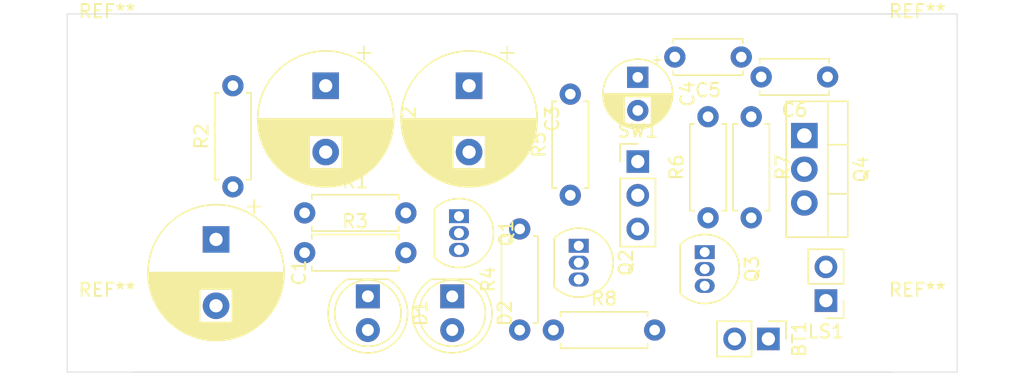
<source format=kicad_pcb>
(kicad_pcb (version 20171130) (host pcbnew 5.1.5)

  (general
    (thickness 1.6)
    (drawings 6)
    (tracks 0)
    (zones 0)
    (modules 27)
    (nets 16)
  )

  (page A4)
  (layers
    (0 F.Cu signal)
    (31 B.Cu signal)
    (32 B.Adhes user)
    (33 F.Adhes user)
    (34 B.Paste user)
    (35 F.Paste user)
    (36 B.SilkS user)
    (37 F.SilkS user)
    (38 B.Mask user)
    (39 F.Mask user)
    (40 Dwgs.User user)
    (41 Cmts.User user)
    (42 Eco1.User user)
    (43 Eco2.User user)
    (44 Edge.Cuts user)
    (45 Margin user)
    (46 B.CrtYd user)
    (47 F.CrtYd user)
    (48 B.Fab user)
    (49 F.Fab user)
  )

  (setup
    (last_trace_width 1)
    (user_trace_width 0.5)
    (trace_clearance 0.2)
    (zone_clearance 0.508)
    (zone_45_only no)
    (trace_min 0.2)
    (via_size 0.8)
    (via_drill 0.4)
    (via_min_size 0.4)
    (via_min_drill 0.3)
    (uvia_size 0.3)
    (uvia_drill 0.1)
    (uvias_allowed no)
    (uvia_min_size 0.2)
    (uvia_min_drill 0.1)
    (edge_width 0.05)
    (segment_width 0.2)
    (pcb_text_width 0.3)
    (pcb_text_size 1.5 1.5)
    (mod_edge_width 0.12)
    (mod_text_size 1 1)
    (mod_text_width 0.15)
    (pad_size 1.524 1.524)
    (pad_drill 0.762)
    (pad_to_mask_clearance 0.051)
    (solder_mask_min_width 0.25)
    (aux_axis_origin 0 0)
    (visible_elements FFFFEF7F)
    (pcbplotparams
      (layerselection 0x01040_7ffffffe)
      (usegerberextensions false)
      (usegerberattributes false)
      (usegerberadvancedattributes false)
      (creategerberjobfile false)
      (excludeedgelayer false)
      (linewidth 0.500000)
      (plotframeref false)
      (viasonmask false)
      (mode 1)
      (useauxorigin false)
      (hpglpennumber 1)
      (hpglpenspeed 20)
      (hpglpendiameter 15.000000)
      (psnegative true)
      (psa4output false)
      (plotreference false)
      (plotvalue false)
      (plotinvisibletext false)
      (padsonsilk true)
      (subtractmaskfromsilk false)
      (outputformat 4)
      (mirror false)
      (drillshape 2)
      (scaleselection 1)
      (outputdirectory ""))
  )

  (net 0 "")
  (net 1 "Net-(C2-Pad2)")
  (net 2 "Net-(C2-Pad1)")
  (net 3 "Net-(C3-Pad2)")
  (net 4 "Net-(C4-Pad2)")
  (net 5 "Net-(C5-Pad2)")
  (net 6 "Net-(C5-Pad1)")
  (net 7 "Net-(C6-Pad1)")
  (net 8 "Net-(D1-Pad1)")
  (net 9 "Net-(D2-Pad1)")
  (net 10 "Net-(Q3-Pad2)")
  (net 11 GND)
  (net 12 VCC)
  (net 13 MV_OUT)
  (net 14 PITCH)
  (net 15 "Net-(R8-Pad2)")

  (net_class Default "This is the default net class."
    (clearance 0.2)
    (trace_width 1)
    (via_dia 0.8)
    (via_drill 0.4)
    (uvia_dia 0.3)
    (uvia_drill 0.1)
    (add_net GND)
    (add_net MV_OUT)
    (add_net "Net-(C2-Pad1)")
    (add_net "Net-(C2-Pad2)")
    (add_net "Net-(C3-Pad2)")
    (add_net "Net-(C4-Pad2)")
    (add_net "Net-(C5-Pad1)")
    (add_net "Net-(C5-Pad2)")
    (add_net "Net-(C6-Pad1)")
    (add_net "Net-(D1-Pad1)")
    (add_net "Net-(D2-Pad1)")
    (add_net "Net-(Q3-Pad2)")
    (add_net "Net-(R8-Pad2)")
    (add_net PITCH)
    (add_net VCC)
  )

  (module Connector_PinHeader_2.54mm:PinHeader_1x03_P2.54mm_Vertical (layer F.Cu) (tedit 59FED5CC) (tstamp 5DE7EFF1)
    (at 88.96 60.13)
    (descr "Through hole straight pin header, 1x03, 2.54mm pitch, single row")
    (tags "Through hole pin header THT 1x03 2.54mm single row")
    (path /5DE89D73)
    (fp_text reference SW1 (at 0 -2.33) (layer F.SilkS)
      (effects (font (size 1 1) (thickness 0.15)))
    )
    (fp_text value MODE (at 0 7.41) (layer F.Fab)
      (effects (font (size 1 1) (thickness 0.15)))
    )
    (fp_text user %R (at 0 2.54 90) (layer F.Fab)
      (effects (font (size 1 1) (thickness 0.15)))
    )
    (fp_line (start 1.8 -1.8) (end -1.8 -1.8) (layer F.CrtYd) (width 0.05))
    (fp_line (start 1.8 6.85) (end 1.8 -1.8) (layer F.CrtYd) (width 0.05))
    (fp_line (start -1.8 6.85) (end 1.8 6.85) (layer F.CrtYd) (width 0.05))
    (fp_line (start -1.8 -1.8) (end -1.8 6.85) (layer F.CrtYd) (width 0.05))
    (fp_line (start -1.33 -1.33) (end 0 -1.33) (layer F.SilkS) (width 0.12))
    (fp_line (start -1.33 0) (end -1.33 -1.33) (layer F.SilkS) (width 0.12))
    (fp_line (start -1.33 1.27) (end 1.33 1.27) (layer F.SilkS) (width 0.12))
    (fp_line (start 1.33 1.27) (end 1.33 6.41) (layer F.SilkS) (width 0.12))
    (fp_line (start -1.33 1.27) (end -1.33 6.41) (layer F.SilkS) (width 0.12))
    (fp_line (start -1.33 6.41) (end 1.33 6.41) (layer F.SilkS) (width 0.12))
    (fp_line (start -1.27 -0.635) (end -0.635 -1.27) (layer F.Fab) (width 0.1))
    (fp_line (start -1.27 6.35) (end -1.27 -0.635) (layer F.Fab) (width 0.1))
    (fp_line (start 1.27 6.35) (end -1.27 6.35) (layer F.Fab) (width 0.1))
    (fp_line (start 1.27 -1.27) (end 1.27 6.35) (layer F.Fab) (width 0.1))
    (fp_line (start -0.635 -1.27) (end 1.27 -1.27) (layer F.Fab) (width 0.1))
    (pad 3 thru_hole oval (at 0 5.08) (size 1.7 1.7) (drill 1) (layers *.Cu *.Mask)
      (net 15 "Net-(R8-Pad2)"))
    (pad 2 thru_hole oval (at 0 2.54) (size 1.7 1.7) (drill 1) (layers *.Cu *.Mask)
      (net 14 PITCH))
    (pad 1 thru_hole rect (at 0 0) (size 1.7 1.7) (drill 1) (layers *.Cu *.Mask)
      (net 4 "Net-(C4-Pad2)"))
    (model ${KISYS3DMOD}/Connector_PinHeader_2.54mm.3dshapes/PinHeader_1x03_P2.54mm_Vertical.wrl
      (at (xyz 0 0 0))
      (scale (xyz 1 1 1))
      (rotate (xyz 0 0 0))
    )
  )

  (module Connector_PinHeader_2.54mm:PinHeader_1x02_P2.54mm_Vertical (layer F.Cu) (tedit 59FED5CC) (tstamp 5DE7EE27)
    (at 103.124 70.612 180)
    (descr "Through hole straight pin header, 1x02, 2.54mm pitch, single row")
    (tags "Through hole pin header THT 1x02 2.54mm single row")
    (path /5DE85C66)
    (fp_text reference LS1 (at 0 -2.33) (layer F.SilkS)
      (effects (font (size 1 1) (thickness 0.15)))
    )
    (fp_text value "8 Ohm" (at 0 4.87) (layer F.Fab)
      (effects (font (size 1 1) (thickness 0.15)))
    )
    (fp_text user %R (at 0 1.27 90) (layer F.Fab)
      (effects (font (size 1 1) (thickness 0.15)))
    )
    (fp_line (start 1.8 -1.8) (end -1.8 -1.8) (layer F.CrtYd) (width 0.05))
    (fp_line (start 1.8 4.35) (end 1.8 -1.8) (layer F.CrtYd) (width 0.05))
    (fp_line (start -1.8 4.35) (end 1.8 4.35) (layer F.CrtYd) (width 0.05))
    (fp_line (start -1.8 -1.8) (end -1.8 4.35) (layer F.CrtYd) (width 0.05))
    (fp_line (start -1.33 -1.33) (end 0 -1.33) (layer F.SilkS) (width 0.12))
    (fp_line (start -1.33 0) (end -1.33 -1.33) (layer F.SilkS) (width 0.12))
    (fp_line (start -1.33 1.27) (end 1.33 1.27) (layer F.SilkS) (width 0.12))
    (fp_line (start 1.33 1.27) (end 1.33 3.87) (layer F.SilkS) (width 0.12))
    (fp_line (start -1.33 1.27) (end -1.33 3.87) (layer F.SilkS) (width 0.12))
    (fp_line (start -1.33 3.87) (end 1.33 3.87) (layer F.SilkS) (width 0.12))
    (fp_line (start -1.27 -0.635) (end -0.635 -1.27) (layer F.Fab) (width 0.1))
    (fp_line (start -1.27 3.81) (end -1.27 -0.635) (layer F.Fab) (width 0.1))
    (fp_line (start 1.27 3.81) (end -1.27 3.81) (layer F.Fab) (width 0.1))
    (fp_line (start 1.27 -1.27) (end 1.27 3.81) (layer F.Fab) (width 0.1))
    (fp_line (start -0.635 -1.27) (end 1.27 -1.27) (layer F.Fab) (width 0.1))
    (pad 2 thru_hole oval (at 0 2.54 180) (size 1.7 1.7) (drill 1) (layers *.Cu *.Mask)
      (net 6 "Net-(C5-Pad1)"))
    (pad 1 thru_hole rect (at 0 0 180) (size 1.7 1.7) (drill 1) (layers *.Cu *.Mask)
      (net 12 VCC))
    (model ${KISYS3DMOD}/Connector_PinHeader_2.54mm.3dshapes/PinHeader_1x02_P2.54mm_Vertical.wrl
      (at (xyz 0 0 0))
      (scale (xyz 1 1 1))
      (rotate (xyz 0 0 0))
    )
  )

  (module Connector_PinHeader_2.54mm:PinHeader_1x02_P2.54mm_Vertical (layer F.Cu) (tedit 59FED5CC) (tstamp 5DE7F195)
    (at 98.79 73.5 270)
    (descr "Through hole straight pin header, 1x02, 2.54mm pitch, single row")
    (tags "Through hole pin header THT 1x02 2.54mm single row")
    (path /5DE79479)
    (fp_text reference BT1 (at 0 -2.33 90) (layer F.SilkS)
      (effects (font (size 1 1) (thickness 0.15)))
    )
    (fp_text value 4.5V (at 0 4.87 90) (layer F.Fab)
      (effects (font (size 1 1) (thickness 0.15)))
    )
    (fp_text user %R (at 0 1.27) (layer F.Fab)
      (effects (font (size 1 1) (thickness 0.15)))
    )
    (fp_line (start 1.8 -1.8) (end -1.8 -1.8) (layer F.CrtYd) (width 0.05))
    (fp_line (start 1.8 4.35) (end 1.8 -1.8) (layer F.CrtYd) (width 0.05))
    (fp_line (start -1.8 4.35) (end 1.8 4.35) (layer F.CrtYd) (width 0.05))
    (fp_line (start -1.8 -1.8) (end -1.8 4.35) (layer F.CrtYd) (width 0.05))
    (fp_line (start -1.33 -1.33) (end 0 -1.33) (layer F.SilkS) (width 0.12))
    (fp_line (start -1.33 0) (end -1.33 -1.33) (layer F.SilkS) (width 0.12))
    (fp_line (start -1.33 1.27) (end 1.33 1.27) (layer F.SilkS) (width 0.12))
    (fp_line (start 1.33 1.27) (end 1.33 3.87) (layer F.SilkS) (width 0.12))
    (fp_line (start -1.33 1.27) (end -1.33 3.87) (layer F.SilkS) (width 0.12))
    (fp_line (start -1.33 3.87) (end 1.33 3.87) (layer F.SilkS) (width 0.12))
    (fp_line (start -1.27 -0.635) (end -0.635 -1.27) (layer F.Fab) (width 0.1))
    (fp_line (start -1.27 3.81) (end -1.27 -0.635) (layer F.Fab) (width 0.1))
    (fp_line (start 1.27 3.81) (end -1.27 3.81) (layer F.Fab) (width 0.1))
    (fp_line (start 1.27 -1.27) (end 1.27 3.81) (layer F.Fab) (width 0.1))
    (fp_line (start -0.635 -1.27) (end 1.27 -1.27) (layer F.Fab) (width 0.1))
    (pad 2 thru_hole oval (at 0 2.54 270) (size 1.7 1.7) (drill 1) (layers *.Cu *.Mask)
      (net 11 GND))
    (pad 1 thru_hole rect (at 0 0 270) (size 1.7 1.7) (drill 1) (layers *.Cu *.Mask)
      (net 12 VCC))
    (model ${KISYS3DMOD}/Connector_PinHeader_2.54mm.3dshapes/PinHeader_1x02_P2.54mm_Vertical.wrl
      (at (xyz 0 0 0))
      (scale (xyz 1 1 1))
      (rotate (xyz 0 0 0))
    )
  )

  (module MountingHole:MountingHole_2.1mm (layer F.Cu) (tedit 5B924765) (tstamp 5DE210E2)
    (at 110 73)
    (descr "Mounting Hole 2.1mm, no annular")
    (tags "mounting hole 2.1mm no annular")
    (attr virtual)
    (fp_text reference REF** (at 0 -3.2) (layer F.SilkS)
      (effects (font (size 1 1) (thickness 0.15)))
    )
    (fp_text value MountingHole_2.1mm (at 0 3.2) (layer F.Fab)
      (effects (font (size 1 1) (thickness 0.15)))
    )
    (fp_circle (center 0 0) (end 2.35 0) (layer F.CrtYd) (width 0.05))
    (fp_circle (center 0 0) (end 2.1 0) (layer Cmts.User) (width 0.15))
    (fp_text user %R (at 0.3 0) (layer F.Fab)
      (effects (font (size 1 1) (thickness 0.15)))
    )
    (pad "" np_thru_hole circle (at 0 0) (size 2.1 2.1) (drill 2.1) (layers *.Cu *.Mask))
  )

  (module MountingHole:MountingHole_2.1mm (layer F.Cu) (tedit 5B924765) (tstamp 5DE210CF)
    (at 110 52)
    (descr "Mounting Hole 2.1mm, no annular")
    (tags "mounting hole 2.1mm no annular")
    (attr virtual)
    (fp_text reference REF** (at 0 -3.2) (layer F.SilkS)
      (effects (font (size 1 1) (thickness 0.15)))
    )
    (fp_text value MountingHole_2.1mm (at 0 3.2) (layer F.Fab)
      (effects (font (size 1 1) (thickness 0.15)))
    )
    (fp_text user %R (at 0.3 0) (layer F.Fab)
      (effects (font (size 1 1) (thickness 0.15)))
    )
    (fp_circle (center 0 0) (end 2.1 0) (layer Cmts.User) (width 0.15))
    (fp_circle (center 0 0) (end 2.35 0) (layer F.CrtYd) (width 0.05))
    (pad "" np_thru_hole circle (at 0 0) (size 2.1 2.1) (drill 2.1) (layers *.Cu *.Mask))
  )

  (module MountingHole:MountingHole_2.1mm (layer F.Cu) (tedit 5B924765) (tstamp 5DE210A0)
    (at 49 73)
    (descr "Mounting Hole 2.1mm, no annular")
    (tags "mounting hole 2.1mm no annular")
    (attr virtual)
    (fp_text reference REF** (at 0 -3.2) (layer F.SilkS)
      (effects (font (size 1 1) (thickness 0.15)))
    )
    (fp_text value MountingHole_2.1mm (at 0 3.2) (layer F.Fab)
      (effects (font (size 1 1) (thickness 0.15)))
    )
    (fp_text user %R (at 0.3 0) (layer F.Fab)
      (effects (font (size 1 1) (thickness 0.15)))
    )
    (fp_circle (center 0 0) (end 2.1 0) (layer Cmts.User) (width 0.15))
    (fp_circle (center 0 0) (end 2.35 0) (layer F.CrtYd) (width 0.05))
    (pad "" np_thru_hole circle (at 0 0) (size 2.1 2.1) (drill 2.1) (layers *.Cu *.Mask))
  )

  (module MountingHole:MountingHole_2.1mm (layer F.Cu) (tedit 5B924765) (tstamp 5DE2109D)
    (at 49 52)
    (descr "Mounting Hole 2.1mm, no annular")
    (tags "mounting hole 2.1mm no annular")
    (attr virtual)
    (fp_text reference REF** (at 0 -3.2) (layer F.SilkS)
      (effects (font (size 1 1) (thickness 0.15)))
    )
    (fp_text value MountingHole_2.1mm (at 0 3.2) (layer F.Fab)
      (effects (font (size 1 1) (thickness 0.15)))
    )
    (fp_circle (center 0 0) (end 2.35 0) (layer F.CrtYd) (width 0.05))
    (fp_circle (center 0 0) (end 2.1 0) (layer Cmts.User) (width 0.15))
    (fp_text user %R (at 0.3 0) (layer F.Fab)
      (effects (font (size 1 1) (thickness 0.15)))
    )
    (pad "" np_thru_hole circle (at 0 0) (size 2.1 2.1) (drill 2.1) (layers *.Cu *.Mask))
  )

  (module Capacitor_THT:C_Disc_D5.0mm_W2.5mm_P5.00mm (layer F.Cu) (tedit 5AE50EF0) (tstamp 5DDE1709)
    (at 96.75 52.25 180)
    (descr "C, Disc series, Radial, pin pitch=5.00mm, , diameter*width=5*2.5mm^2, Capacitor, http://cdn-reichelt.de/documents/datenblatt/B300/DS_KERKO_TC.pdf")
    (tags "C Disc series Radial pin pitch 5.00mm  diameter 5mm width 2.5mm Capacitor")
    (path /5DE158B7)
    (fp_text reference C5 (at 2.5 -2.5) (layer F.SilkS)
      (effects (font (size 1 1) (thickness 0.15)))
    )
    (fp_text value 10n (at 2.5 2.5) (layer F.Fab)
      (effects (font (size 1 1) (thickness 0.15)))
    )
    (fp_text user %R (at 2.5 0) (layer F.Fab)
      (effects (font (size 1 1) (thickness 0.15)))
    )
    (fp_line (start 6.05 -1.5) (end -1.05 -1.5) (layer F.CrtYd) (width 0.05))
    (fp_line (start 6.05 1.5) (end 6.05 -1.5) (layer F.CrtYd) (width 0.05))
    (fp_line (start -1.05 1.5) (end 6.05 1.5) (layer F.CrtYd) (width 0.05))
    (fp_line (start -1.05 -1.5) (end -1.05 1.5) (layer F.CrtYd) (width 0.05))
    (fp_line (start 5.12 1.055) (end 5.12 1.37) (layer F.SilkS) (width 0.12))
    (fp_line (start 5.12 -1.37) (end 5.12 -1.055) (layer F.SilkS) (width 0.12))
    (fp_line (start -0.12 1.055) (end -0.12 1.37) (layer F.SilkS) (width 0.12))
    (fp_line (start -0.12 -1.37) (end -0.12 -1.055) (layer F.SilkS) (width 0.12))
    (fp_line (start -0.12 1.37) (end 5.12 1.37) (layer F.SilkS) (width 0.12))
    (fp_line (start -0.12 -1.37) (end 5.12 -1.37) (layer F.SilkS) (width 0.12))
    (fp_line (start 5 -1.25) (end 0 -1.25) (layer F.Fab) (width 0.1))
    (fp_line (start 5 1.25) (end 5 -1.25) (layer F.Fab) (width 0.1))
    (fp_line (start 0 1.25) (end 5 1.25) (layer F.Fab) (width 0.1))
    (fp_line (start 0 -1.25) (end 0 1.25) (layer F.Fab) (width 0.1))
    (pad 2 thru_hole circle (at 5 0 180) (size 1.6 1.6) (drill 0.8) (layers *.Cu *.Mask)
      (net 5 "Net-(C5-Pad2)"))
    (pad 1 thru_hole circle (at 0 0 180) (size 1.6 1.6) (drill 0.8) (layers *.Cu *.Mask)
      (net 6 "Net-(C5-Pad1)"))
    (model ${KISYS3DMOD}/Capacitor_THT.3dshapes/C_Disc_D5.0mm_W2.5mm_P5.00mm.wrl
      (at (xyz 0 0 0))
      (scale (xyz 1 1 1))
      (rotate (xyz 0 0 0))
    )
  )

  (module Resistor_THT:R_Axial_DIN0207_L6.3mm_D2.5mm_P7.62mm_Horizontal (layer F.Cu) (tedit 5AE5139B) (tstamp 5DDE186C)
    (at 94.25 64.37 90)
    (descr "Resistor, Axial_DIN0207 series, Axial, Horizontal, pin pitch=7.62mm, 0.25W = 1/4W, length*diameter=6.3*2.5mm^2, http://cdn-reichelt.de/documents/datenblatt/B400/1_4W%23YAG.pdf")
    (tags "Resistor Axial_DIN0207 series Axial Horizontal pin pitch 7.62mm 0.25W = 1/4W length 6.3mm diameter 2.5mm")
    (path /5DE29C64)
    (fp_text reference R6 (at 3.81 -2.37 90) (layer F.SilkS)
      (effects (font (size 1 1) (thickness 0.15)))
    )
    (fp_text value 220k (at 3.81 2.37 90) (layer F.Fab)
      (effects (font (size 1 1) (thickness 0.15)))
    )
    (fp_text user %R (at 3.81 0 90) (layer F.Fab)
      (effects (font (size 1 1) (thickness 0.15)))
    )
    (fp_line (start 8.67 -1.5) (end -1.05 -1.5) (layer F.CrtYd) (width 0.05))
    (fp_line (start 8.67 1.5) (end 8.67 -1.5) (layer F.CrtYd) (width 0.05))
    (fp_line (start -1.05 1.5) (end 8.67 1.5) (layer F.CrtYd) (width 0.05))
    (fp_line (start -1.05 -1.5) (end -1.05 1.5) (layer F.CrtYd) (width 0.05))
    (fp_line (start 7.08 1.37) (end 7.08 1.04) (layer F.SilkS) (width 0.12))
    (fp_line (start 0.54 1.37) (end 7.08 1.37) (layer F.SilkS) (width 0.12))
    (fp_line (start 0.54 1.04) (end 0.54 1.37) (layer F.SilkS) (width 0.12))
    (fp_line (start 7.08 -1.37) (end 7.08 -1.04) (layer F.SilkS) (width 0.12))
    (fp_line (start 0.54 -1.37) (end 7.08 -1.37) (layer F.SilkS) (width 0.12))
    (fp_line (start 0.54 -1.04) (end 0.54 -1.37) (layer F.SilkS) (width 0.12))
    (fp_line (start 7.62 0) (end 6.96 0) (layer F.Fab) (width 0.1))
    (fp_line (start 0 0) (end 0.66 0) (layer F.Fab) (width 0.1))
    (fp_line (start 6.96 -1.25) (end 0.66 -1.25) (layer F.Fab) (width 0.1))
    (fp_line (start 6.96 1.25) (end 6.96 -1.25) (layer F.Fab) (width 0.1))
    (fp_line (start 0.66 1.25) (end 6.96 1.25) (layer F.Fab) (width 0.1))
    (fp_line (start 0.66 -1.25) (end 0.66 1.25) (layer F.Fab) (width 0.1))
    (pad 2 thru_hole oval (at 7.62 0 90) (size 1.6 1.6) (drill 0.8) (layers *.Cu *.Mask)
      (net 14 PITCH))
    (pad 1 thru_hole circle (at 0 0 90) (size 1.6 1.6) (drill 0.8) (layers *.Cu *.Mask)
      (net 10 "Net-(Q3-Pad2)"))
    (model ${KISYS3DMOD}/Resistor_THT.3dshapes/R_Axial_DIN0207_L6.3mm_D2.5mm_P7.62mm_Horizontal.wrl
      (at (xyz 0 0 0))
      (scale (xyz 1 1 1))
      (rotate (xyz 0 0 0))
    )
  )

  (module Package_TO_SOT_THT:TO-220-3_Vertical (layer F.Cu) (tedit 5AC8BA0D) (tstamp 5DE208BE)
    (at 101.5 58.17 270)
    (descr "TO-220-3, Vertical, RM 2.54mm, see https://www.vishay.com/docs/66542/to-220-1.pdf")
    (tags "TO-220-3 Vertical RM 2.54mm")
    (path /5DE19CEE)
    (fp_text reference Q4 (at 2.54 -4.27 90) (layer F.SilkS)
      (effects (font (size 1 1) (thickness 0.15)))
    )
    (fp_text value TIP31C (at 2.54 2.5 90) (layer F.Fab)
      (effects (font (size 1 1) (thickness 0.15)))
    )
    (fp_text user %R (at 2.54 -4.27 90) (layer F.Fab)
      (effects (font (size 1 1) (thickness 0.15)))
    )
    (fp_line (start 7.79 -3.4) (end -2.71 -3.4) (layer F.CrtYd) (width 0.05))
    (fp_line (start 7.79 1.51) (end 7.79 -3.4) (layer F.CrtYd) (width 0.05))
    (fp_line (start -2.71 1.51) (end 7.79 1.51) (layer F.CrtYd) (width 0.05))
    (fp_line (start -2.71 -3.4) (end -2.71 1.51) (layer F.CrtYd) (width 0.05))
    (fp_line (start 4.391 -3.27) (end 4.391 -1.76) (layer F.SilkS) (width 0.12))
    (fp_line (start 0.69 -3.27) (end 0.69 -1.76) (layer F.SilkS) (width 0.12))
    (fp_line (start -2.58 -1.76) (end 7.66 -1.76) (layer F.SilkS) (width 0.12))
    (fp_line (start 7.66 -3.27) (end 7.66 1.371) (layer F.SilkS) (width 0.12))
    (fp_line (start -2.58 -3.27) (end -2.58 1.371) (layer F.SilkS) (width 0.12))
    (fp_line (start -2.58 1.371) (end 7.66 1.371) (layer F.SilkS) (width 0.12))
    (fp_line (start -2.58 -3.27) (end 7.66 -3.27) (layer F.SilkS) (width 0.12))
    (fp_line (start 4.39 -3.15) (end 4.39 -1.88) (layer F.Fab) (width 0.1))
    (fp_line (start 0.69 -3.15) (end 0.69 -1.88) (layer F.Fab) (width 0.1))
    (fp_line (start -2.46 -1.88) (end 7.54 -1.88) (layer F.Fab) (width 0.1))
    (fp_line (start 7.54 -3.15) (end -2.46 -3.15) (layer F.Fab) (width 0.1))
    (fp_line (start 7.54 1.25) (end 7.54 -3.15) (layer F.Fab) (width 0.1))
    (fp_line (start -2.46 1.25) (end 7.54 1.25) (layer F.Fab) (width 0.1))
    (fp_line (start -2.46 -3.15) (end -2.46 1.25) (layer F.Fab) (width 0.1))
    (pad 3 thru_hole oval (at 5.08 0 270) (size 1.905 2) (drill 1.1) (layers *.Cu *.Mask)
      (net 11 GND))
    (pad 2 thru_hole oval (at 2.54 0 270) (size 1.905 2) (drill 1.1) (layers *.Cu *.Mask)
      (net 6 "Net-(C5-Pad1)"))
    (pad 1 thru_hole rect (at 0 0 270) (size 1.905 2) (drill 1.1) (layers *.Cu *.Mask)
      (net 7 "Net-(C6-Pad1)"))
    (model ${KISYS3DMOD}/Package_TO_SOT_THT.3dshapes/TO-220-3_Vertical.wrl
      (at (xyz 0 0 0))
      (scale (xyz 1 1 1))
      (rotate (xyz 0 0 0))
    )
  )

  (module Capacitor_THT:CP_Radial_D10.0mm_P5.00mm (layer F.Cu) (tedit 5AE50EF1) (tstamp 5DDE149C)
    (at 57.21 66 270)
    (descr "CP, Radial series, Radial, pin pitch=5.00mm, , diameter=10mm, Electrolytic Capacitor")
    (tags "CP Radial series Radial pin pitch 5.00mm  diameter 10mm Electrolytic Capacitor")
    (path /5DE3576B)
    (fp_text reference C1 (at 2.5 -6.25 90) (layer F.SilkS)
      (effects (font (size 1 1) (thickness 0.15)))
    )
    (fp_text value 100u (at 2.5 6.25 90) (layer F.Fab)
      (effects (font (size 1 1) (thickness 0.15)))
    )
    (fp_text user %R (at 2.5 0 90) (layer F.Fab)
      (effects (font (size 1 1) (thickness 0.15)))
    )
    (fp_line (start -2.479646 -3.375) (end -2.479646 -2.375) (layer F.SilkS) (width 0.12))
    (fp_line (start -2.979646 -2.875) (end -1.979646 -2.875) (layer F.SilkS) (width 0.12))
    (fp_line (start 7.581 -0.599) (end 7.581 0.599) (layer F.SilkS) (width 0.12))
    (fp_line (start 7.541 -0.862) (end 7.541 0.862) (layer F.SilkS) (width 0.12))
    (fp_line (start 7.501 -1.062) (end 7.501 1.062) (layer F.SilkS) (width 0.12))
    (fp_line (start 7.461 -1.23) (end 7.461 1.23) (layer F.SilkS) (width 0.12))
    (fp_line (start 7.421 -1.378) (end 7.421 1.378) (layer F.SilkS) (width 0.12))
    (fp_line (start 7.381 -1.51) (end 7.381 1.51) (layer F.SilkS) (width 0.12))
    (fp_line (start 7.341 -1.63) (end 7.341 1.63) (layer F.SilkS) (width 0.12))
    (fp_line (start 7.301 -1.742) (end 7.301 1.742) (layer F.SilkS) (width 0.12))
    (fp_line (start 7.261 -1.846) (end 7.261 1.846) (layer F.SilkS) (width 0.12))
    (fp_line (start 7.221 -1.944) (end 7.221 1.944) (layer F.SilkS) (width 0.12))
    (fp_line (start 7.181 -2.037) (end 7.181 2.037) (layer F.SilkS) (width 0.12))
    (fp_line (start 7.141 -2.125) (end 7.141 2.125) (layer F.SilkS) (width 0.12))
    (fp_line (start 7.101 -2.209) (end 7.101 2.209) (layer F.SilkS) (width 0.12))
    (fp_line (start 7.061 -2.289) (end 7.061 2.289) (layer F.SilkS) (width 0.12))
    (fp_line (start 7.021 -2.365) (end 7.021 2.365) (layer F.SilkS) (width 0.12))
    (fp_line (start 6.981 -2.439) (end 6.981 2.439) (layer F.SilkS) (width 0.12))
    (fp_line (start 6.941 -2.51) (end 6.941 2.51) (layer F.SilkS) (width 0.12))
    (fp_line (start 6.901 -2.579) (end 6.901 2.579) (layer F.SilkS) (width 0.12))
    (fp_line (start 6.861 -2.645) (end 6.861 2.645) (layer F.SilkS) (width 0.12))
    (fp_line (start 6.821 -2.709) (end 6.821 2.709) (layer F.SilkS) (width 0.12))
    (fp_line (start 6.781 -2.77) (end 6.781 2.77) (layer F.SilkS) (width 0.12))
    (fp_line (start 6.741 -2.83) (end 6.741 2.83) (layer F.SilkS) (width 0.12))
    (fp_line (start 6.701 -2.889) (end 6.701 2.889) (layer F.SilkS) (width 0.12))
    (fp_line (start 6.661 -2.945) (end 6.661 2.945) (layer F.SilkS) (width 0.12))
    (fp_line (start 6.621 -3) (end 6.621 3) (layer F.SilkS) (width 0.12))
    (fp_line (start 6.581 -3.054) (end 6.581 3.054) (layer F.SilkS) (width 0.12))
    (fp_line (start 6.541 -3.106) (end 6.541 3.106) (layer F.SilkS) (width 0.12))
    (fp_line (start 6.501 -3.156) (end 6.501 3.156) (layer F.SilkS) (width 0.12))
    (fp_line (start 6.461 -3.206) (end 6.461 3.206) (layer F.SilkS) (width 0.12))
    (fp_line (start 6.421 -3.254) (end 6.421 3.254) (layer F.SilkS) (width 0.12))
    (fp_line (start 6.381 -3.301) (end 6.381 3.301) (layer F.SilkS) (width 0.12))
    (fp_line (start 6.341 -3.347) (end 6.341 3.347) (layer F.SilkS) (width 0.12))
    (fp_line (start 6.301 -3.392) (end 6.301 3.392) (layer F.SilkS) (width 0.12))
    (fp_line (start 6.261 -3.436) (end 6.261 3.436) (layer F.SilkS) (width 0.12))
    (fp_line (start 6.221 1.241) (end 6.221 3.478) (layer F.SilkS) (width 0.12))
    (fp_line (start 6.221 -3.478) (end 6.221 -1.241) (layer F.SilkS) (width 0.12))
    (fp_line (start 6.181 1.241) (end 6.181 3.52) (layer F.SilkS) (width 0.12))
    (fp_line (start 6.181 -3.52) (end 6.181 -1.241) (layer F.SilkS) (width 0.12))
    (fp_line (start 6.141 1.241) (end 6.141 3.561) (layer F.SilkS) (width 0.12))
    (fp_line (start 6.141 -3.561) (end 6.141 -1.241) (layer F.SilkS) (width 0.12))
    (fp_line (start 6.101 1.241) (end 6.101 3.601) (layer F.SilkS) (width 0.12))
    (fp_line (start 6.101 -3.601) (end 6.101 -1.241) (layer F.SilkS) (width 0.12))
    (fp_line (start 6.061 1.241) (end 6.061 3.64) (layer F.SilkS) (width 0.12))
    (fp_line (start 6.061 -3.64) (end 6.061 -1.241) (layer F.SilkS) (width 0.12))
    (fp_line (start 6.021 1.241) (end 6.021 3.679) (layer F.SilkS) (width 0.12))
    (fp_line (start 6.021 -3.679) (end 6.021 -1.241) (layer F.SilkS) (width 0.12))
    (fp_line (start 5.981 1.241) (end 5.981 3.716) (layer F.SilkS) (width 0.12))
    (fp_line (start 5.981 -3.716) (end 5.981 -1.241) (layer F.SilkS) (width 0.12))
    (fp_line (start 5.941 1.241) (end 5.941 3.753) (layer F.SilkS) (width 0.12))
    (fp_line (start 5.941 -3.753) (end 5.941 -1.241) (layer F.SilkS) (width 0.12))
    (fp_line (start 5.901 1.241) (end 5.901 3.789) (layer F.SilkS) (width 0.12))
    (fp_line (start 5.901 -3.789) (end 5.901 -1.241) (layer F.SilkS) (width 0.12))
    (fp_line (start 5.861 1.241) (end 5.861 3.824) (layer F.SilkS) (width 0.12))
    (fp_line (start 5.861 -3.824) (end 5.861 -1.241) (layer F.SilkS) (width 0.12))
    (fp_line (start 5.821 1.241) (end 5.821 3.858) (layer F.SilkS) (width 0.12))
    (fp_line (start 5.821 -3.858) (end 5.821 -1.241) (layer F.SilkS) (width 0.12))
    (fp_line (start 5.781 1.241) (end 5.781 3.892) (layer F.SilkS) (width 0.12))
    (fp_line (start 5.781 -3.892) (end 5.781 -1.241) (layer F.SilkS) (width 0.12))
    (fp_line (start 5.741 1.241) (end 5.741 3.925) (layer F.SilkS) (width 0.12))
    (fp_line (start 5.741 -3.925) (end 5.741 -1.241) (layer F.SilkS) (width 0.12))
    (fp_line (start 5.701 1.241) (end 5.701 3.957) (layer F.SilkS) (width 0.12))
    (fp_line (start 5.701 -3.957) (end 5.701 -1.241) (layer F.SilkS) (width 0.12))
    (fp_line (start 5.661 1.241) (end 5.661 3.989) (layer F.SilkS) (width 0.12))
    (fp_line (start 5.661 -3.989) (end 5.661 -1.241) (layer F.SilkS) (width 0.12))
    (fp_line (start 5.621 1.241) (end 5.621 4.02) (layer F.SilkS) (width 0.12))
    (fp_line (start 5.621 -4.02) (end 5.621 -1.241) (layer F.SilkS) (width 0.12))
    (fp_line (start 5.581 1.241) (end 5.581 4.05) (layer F.SilkS) (width 0.12))
    (fp_line (start 5.581 -4.05) (end 5.581 -1.241) (layer F.SilkS) (width 0.12))
    (fp_line (start 5.541 1.241) (end 5.541 4.08) (layer F.SilkS) (width 0.12))
    (fp_line (start 5.541 -4.08) (end 5.541 -1.241) (layer F.SilkS) (width 0.12))
    (fp_line (start 5.501 1.241) (end 5.501 4.11) (layer F.SilkS) (width 0.12))
    (fp_line (start 5.501 -4.11) (end 5.501 -1.241) (layer F.SilkS) (width 0.12))
    (fp_line (start 5.461 1.241) (end 5.461 4.138) (layer F.SilkS) (width 0.12))
    (fp_line (start 5.461 -4.138) (end 5.461 -1.241) (layer F.SilkS) (width 0.12))
    (fp_line (start 5.421 1.241) (end 5.421 4.166) (layer F.SilkS) (width 0.12))
    (fp_line (start 5.421 -4.166) (end 5.421 -1.241) (layer F.SilkS) (width 0.12))
    (fp_line (start 5.381 1.241) (end 5.381 4.194) (layer F.SilkS) (width 0.12))
    (fp_line (start 5.381 -4.194) (end 5.381 -1.241) (layer F.SilkS) (width 0.12))
    (fp_line (start 5.341 1.241) (end 5.341 4.221) (layer F.SilkS) (width 0.12))
    (fp_line (start 5.341 -4.221) (end 5.341 -1.241) (layer F.SilkS) (width 0.12))
    (fp_line (start 5.301 1.241) (end 5.301 4.247) (layer F.SilkS) (width 0.12))
    (fp_line (start 5.301 -4.247) (end 5.301 -1.241) (layer F.SilkS) (width 0.12))
    (fp_line (start 5.261 1.241) (end 5.261 4.273) (layer F.SilkS) (width 0.12))
    (fp_line (start 5.261 -4.273) (end 5.261 -1.241) (layer F.SilkS) (width 0.12))
    (fp_line (start 5.221 1.241) (end 5.221 4.298) (layer F.SilkS) (width 0.12))
    (fp_line (start 5.221 -4.298) (end 5.221 -1.241) (layer F.SilkS) (width 0.12))
    (fp_line (start 5.181 1.241) (end 5.181 4.323) (layer F.SilkS) (width 0.12))
    (fp_line (start 5.181 -4.323) (end 5.181 -1.241) (layer F.SilkS) (width 0.12))
    (fp_line (start 5.141 1.241) (end 5.141 4.347) (layer F.SilkS) (width 0.12))
    (fp_line (start 5.141 -4.347) (end 5.141 -1.241) (layer F.SilkS) (width 0.12))
    (fp_line (start 5.101 1.241) (end 5.101 4.371) (layer F.SilkS) (width 0.12))
    (fp_line (start 5.101 -4.371) (end 5.101 -1.241) (layer F.SilkS) (width 0.12))
    (fp_line (start 5.061 1.241) (end 5.061 4.395) (layer F.SilkS) (width 0.12))
    (fp_line (start 5.061 -4.395) (end 5.061 -1.241) (layer F.SilkS) (width 0.12))
    (fp_line (start 5.021 1.241) (end 5.021 4.417) (layer F.SilkS) (width 0.12))
    (fp_line (start 5.021 -4.417) (end 5.021 -1.241) (layer F.SilkS) (width 0.12))
    (fp_line (start 4.981 1.241) (end 4.981 4.44) (layer F.SilkS) (width 0.12))
    (fp_line (start 4.981 -4.44) (end 4.981 -1.241) (layer F.SilkS) (width 0.12))
    (fp_line (start 4.941 1.241) (end 4.941 4.462) (layer F.SilkS) (width 0.12))
    (fp_line (start 4.941 -4.462) (end 4.941 -1.241) (layer F.SilkS) (width 0.12))
    (fp_line (start 4.901 1.241) (end 4.901 4.483) (layer F.SilkS) (width 0.12))
    (fp_line (start 4.901 -4.483) (end 4.901 -1.241) (layer F.SilkS) (width 0.12))
    (fp_line (start 4.861 1.241) (end 4.861 4.504) (layer F.SilkS) (width 0.12))
    (fp_line (start 4.861 -4.504) (end 4.861 -1.241) (layer F.SilkS) (width 0.12))
    (fp_line (start 4.821 1.241) (end 4.821 4.525) (layer F.SilkS) (width 0.12))
    (fp_line (start 4.821 -4.525) (end 4.821 -1.241) (layer F.SilkS) (width 0.12))
    (fp_line (start 4.781 1.241) (end 4.781 4.545) (layer F.SilkS) (width 0.12))
    (fp_line (start 4.781 -4.545) (end 4.781 -1.241) (layer F.SilkS) (width 0.12))
    (fp_line (start 4.741 1.241) (end 4.741 4.564) (layer F.SilkS) (width 0.12))
    (fp_line (start 4.741 -4.564) (end 4.741 -1.241) (layer F.SilkS) (width 0.12))
    (fp_line (start 4.701 1.241) (end 4.701 4.584) (layer F.SilkS) (width 0.12))
    (fp_line (start 4.701 -4.584) (end 4.701 -1.241) (layer F.SilkS) (width 0.12))
    (fp_line (start 4.661 1.241) (end 4.661 4.603) (layer F.SilkS) (width 0.12))
    (fp_line (start 4.661 -4.603) (end 4.661 -1.241) (layer F.SilkS) (width 0.12))
    (fp_line (start 4.621 1.241) (end 4.621 4.621) (layer F.SilkS) (width 0.12))
    (fp_line (start 4.621 -4.621) (end 4.621 -1.241) (layer F.SilkS) (width 0.12))
    (fp_line (start 4.581 1.241) (end 4.581 4.639) (layer F.SilkS) (width 0.12))
    (fp_line (start 4.581 -4.639) (end 4.581 -1.241) (layer F.SilkS) (width 0.12))
    (fp_line (start 4.541 1.241) (end 4.541 4.657) (layer F.SilkS) (width 0.12))
    (fp_line (start 4.541 -4.657) (end 4.541 -1.241) (layer F.SilkS) (width 0.12))
    (fp_line (start 4.501 1.241) (end 4.501 4.674) (layer F.SilkS) (width 0.12))
    (fp_line (start 4.501 -4.674) (end 4.501 -1.241) (layer F.SilkS) (width 0.12))
    (fp_line (start 4.461 1.241) (end 4.461 4.69) (layer F.SilkS) (width 0.12))
    (fp_line (start 4.461 -4.69) (end 4.461 -1.241) (layer F.SilkS) (width 0.12))
    (fp_line (start 4.421 1.241) (end 4.421 4.707) (layer F.SilkS) (width 0.12))
    (fp_line (start 4.421 -4.707) (end 4.421 -1.241) (layer F.SilkS) (width 0.12))
    (fp_line (start 4.381 1.241) (end 4.381 4.723) (layer F.SilkS) (width 0.12))
    (fp_line (start 4.381 -4.723) (end 4.381 -1.241) (layer F.SilkS) (width 0.12))
    (fp_line (start 4.341 1.241) (end 4.341 4.738) (layer F.SilkS) (width 0.12))
    (fp_line (start 4.341 -4.738) (end 4.341 -1.241) (layer F.SilkS) (width 0.12))
    (fp_line (start 4.301 1.241) (end 4.301 4.754) (layer F.SilkS) (width 0.12))
    (fp_line (start 4.301 -4.754) (end 4.301 -1.241) (layer F.SilkS) (width 0.12))
    (fp_line (start 4.261 1.241) (end 4.261 4.768) (layer F.SilkS) (width 0.12))
    (fp_line (start 4.261 -4.768) (end 4.261 -1.241) (layer F.SilkS) (width 0.12))
    (fp_line (start 4.221 1.241) (end 4.221 4.783) (layer F.SilkS) (width 0.12))
    (fp_line (start 4.221 -4.783) (end 4.221 -1.241) (layer F.SilkS) (width 0.12))
    (fp_line (start 4.181 1.241) (end 4.181 4.797) (layer F.SilkS) (width 0.12))
    (fp_line (start 4.181 -4.797) (end 4.181 -1.241) (layer F.SilkS) (width 0.12))
    (fp_line (start 4.141 1.241) (end 4.141 4.811) (layer F.SilkS) (width 0.12))
    (fp_line (start 4.141 -4.811) (end 4.141 -1.241) (layer F.SilkS) (width 0.12))
    (fp_line (start 4.101 1.241) (end 4.101 4.824) (layer F.SilkS) (width 0.12))
    (fp_line (start 4.101 -4.824) (end 4.101 -1.241) (layer F.SilkS) (width 0.12))
    (fp_line (start 4.061 1.241) (end 4.061 4.837) (layer F.SilkS) (width 0.12))
    (fp_line (start 4.061 -4.837) (end 4.061 -1.241) (layer F.SilkS) (width 0.12))
    (fp_line (start 4.021 1.241) (end 4.021 4.85) (layer F.SilkS) (width 0.12))
    (fp_line (start 4.021 -4.85) (end 4.021 -1.241) (layer F.SilkS) (width 0.12))
    (fp_line (start 3.981 1.241) (end 3.981 4.862) (layer F.SilkS) (width 0.12))
    (fp_line (start 3.981 -4.862) (end 3.981 -1.241) (layer F.SilkS) (width 0.12))
    (fp_line (start 3.941 1.241) (end 3.941 4.874) (layer F.SilkS) (width 0.12))
    (fp_line (start 3.941 -4.874) (end 3.941 -1.241) (layer F.SilkS) (width 0.12))
    (fp_line (start 3.901 1.241) (end 3.901 4.885) (layer F.SilkS) (width 0.12))
    (fp_line (start 3.901 -4.885) (end 3.901 -1.241) (layer F.SilkS) (width 0.12))
    (fp_line (start 3.861 1.241) (end 3.861 4.897) (layer F.SilkS) (width 0.12))
    (fp_line (start 3.861 -4.897) (end 3.861 -1.241) (layer F.SilkS) (width 0.12))
    (fp_line (start 3.821 1.241) (end 3.821 4.907) (layer F.SilkS) (width 0.12))
    (fp_line (start 3.821 -4.907) (end 3.821 -1.241) (layer F.SilkS) (width 0.12))
    (fp_line (start 3.781 1.241) (end 3.781 4.918) (layer F.SilkS) (width 0.12))
    (fp_line (start 3.781 -4.918) (end 3.781 -1.241) (layer F.SilkS) (width 0.12))
    (fp_line (start 3.741 -4.928) (end 3.741 4.928) (layer F.SilkS) (width 0.12))
    (fp_line (start 3.701 -4.938) (end 3.701 4.938) (layer F.SilkS) (width 0.12))
    (fp_line (start 3.661 -4.947) (end 3.661 4.947) (layer F.SilkS) (width 0.12))
    (fp_line (start 3.621 -4.956) (end 3.621 4.956) (layer F.SilkS) (width 0.12))
    (fp_line (start 3.581 -4.965) (end 3.581 4.965) (layer F.SilkS) (width 0.12))
    (fp_line (start 3.541 -4.974) (end 3.541 4.974) (layer F.SilkS) (width 0.12))
    (fp_line (start 3.501 -4.982) (end 3.501 4.982) (layer F.SilkS) (width 0.12))
    (fp_line (start 3.461 -4.99) (end 3.461 4.99) (layer F.SilkS) (width 0.12))
    (fp_line (start 3.421 -4.997) (end 3.421 4.997) (layer F.SilkS) (width 0.12))
    (fp_line (start 3.381 -5.004) (end 3.381 5.004) (layer F.SilkS) (width 0.12))
    (fp_line (start 3.341 -5.011) (end 3.341 5.011) (layer F.SilkS) (width 0.12))
    (fp_line (start 3.301 -5.018) (end 3.301 5.018) (layer F.SilkS) (width 0.12))
    (fp_line (start 3.261 -5.024) (end 3.261 5.024) (layer F.SilkS) (width 0.12))
    (fp_line (start 3.221 -5.03) (end 3.221 5.03) (layer F.SilkS) (width 0.12))
    (fp_line (start 3.18 -5.035) (end 3.18 5.035) (layer F.SilkS) (width 0.12))
    (fp_line (start 3.14 -5.04) (end 3.14 5.04) (layer F.SilkS) (width 0.12))
    (fp_line (start 3.1 -5.045) (end 3.1 5.045) (layer F.SilkS) (width 0.12))
    (fp_line (start 3.06 -5.05) (end 3.06 5.05) (layer F.SilkS) (width 0.12))
    (fp_line (start 3.02 -5.054) (end 3.02 5.054) (layer F.SilkS) (width 0.12))
    (fp_line (start 2.98 -5.058) (end 2.98 5.058) (layer F.SilkS) (width 0.12))
    (fp_line (start 2.94 -5.062) (end 2.94 5.062) (layer F.SilkS) (width 0.12))
    (fp_line (start 2.9 -5.065) (end 2.9 5.065) (layer F.SilkS) (width 0.12))
    (fp_line (start 2.86 -5.068) (end 2.86 5.068) (layer F.SilkS) (width 0.12))
    (fp_line (start 2.82 -5.07) (end 2.82 5.07) (layer F.SilkS) (width 0.12))
    (fp_line (start 2.78 -5.073) (end 2.78 5.073) (layer F.SilkS) (width 0.12))
    (fp_line (start 2.74 -5.075) (end 2.74 5.075) (layer F.SilkS) (width 0.12))
    (fp_line (start 2.7 -5.077) (end 2.7 5.077) (layer F.SilkS) (width 0.12))
    (fp_line (start 2.66 -5.078) (end 2.66 5.078) (layer F.SilkS) (width 0.12))
    (fp_line (start 2.62 -5.079) (end 2.62 5.079) (layer F.SilkS) (width 0.12))
    (fp_line (start 2.58 -5.08) (end 2.58 5.08) (layer F.SilkS) (width 0.12))
    (fp_line (start 2.54 -5.08) (end 2.54 5.08) (layer F.SilkS) (width 0.12))
    (fp_line (start 2.5 -5.08) (end 2.5 5.08) (layer F.SilkS) (width 0.12))
    (fp_line (start -1.288861 -2.6875) (end -1.288861 -1.6875) (layer F.Fab) (width 0.1))
    (fp_line (start -1.788861 -2.1875) (end -0.788861 -2.1875) (layer F.Fab) (width 0.1))
    (fp_circle (center 2.5 0) (end 7.75 0) (layer F.CrtYd) (width 0.05))
    (fp_circle (center 2.5 0) (end 7.62 0) (layer F.SilkS) (width 0.12))
    (fp_circle (center 2.5 0) (end 7.5 0) (layer F.Fab) (width 0.1))
    (pad 2 thru_hole circle (at 5 0 270) (size 2 2) (drill 1) (layers *.Cu *.Mask)
      (net 11 GND))
    (pad 1 thru_hole rect (at 0 0 270) (size 2 2) (drill 1) (layers *.Cu *.Mask)
      (net 12 VCC))
    (model ${KISYS3DMOD}/Capacitor_THT.3dshapes/CP_Radial_D10.0mm_P5.00mm.wrl
      (at (xyz 0 0 0))
      (scale (xyz 1 1 1))
      (rotate (xyz 0 0 0))
    )
  )

  (module Package_TO_SOT_THT:TO-92_Inline (layer F.Cu) (tedit 5A1DD157) (tstamp 5DDE2884)
    (at 94 66.96 270)
    (descr "TO-92 leads in-line, narrow, oval pads, drill 0.75mm (see NXP sot054_po.pdf)")
    (tags "to-92 sc-43 sc-43a sot54 PA33 transistor")
    (path /5DDDA224)
    (fp_text reference Q3 (at 1.27 -3.56 90) (layer F.SilkS)
      (effects (font (size 1 1) (thickness 0.15)))
    )
    (fp_text value BC557 (at 1.27 2.79 90) (layer F.Fab)
      (effects (font (size 1 1) (thickness 0.15)))
    )
    (fp_arc (start 1.27 0) (end 1.27 -2.6) (angle 135) (layer F.SilkS) (width 0.12))
    (fp_arc (start 1.27 0) (end 1.27 -2.48) (angle -135) (layer F.Fab) (width 0.1))
    (fp_arc (start 1.27 0) (end 1.27 -2.6) (angle -135) (layer F.SilkS) (width 0.12))
    (fp_arc (start 1.27 0) (end 1.27 -2.48) (angle 135) (layer F.Fab) (width 0.1))
    (fp_line (start 4 2.01) (end -1.46 2.01) (layer F.CrtYd) (width 0.05))
    (fp_line (start 4 2.01) (end 4 -2.73) (layer F.CrtYd) (width 0.05))
    (fp_line (start -1.46 -2.73) (end -1.46 2.01) (layer F.CrtYd) (width 0.05))
    (fp_line (start -1.46 -2.73) (end 4 -2.73) (layer F.CrtYd) (width 0.05))
    (fp_line (start -0.5 1.75) (end 3 1.75) (layer F.Fab) (width 0.1))
    (fp_line (start -0.53 1.85) (end 3.07 1.85) (layer F.SilkS) (width 0.12))
    (fp_text user %R (at 1.27 -3.56 90) (layer F.Fab)
      (effects (font (size 1 1) (thickness 0.15)))
    )
    (pad 1 thru_hole rect (at 0 0 270) (size 1.05 1.5) (drill 0.75) (layers *.Cu *.Mask)
      (net 7 "Net-(C6-Pad1)"))
    (pad 3 thru_hole oval (at 2.54 0 270) (size 1.05 1.5) (drill 0.75) (layers *.Cu *.Mask)
      (net 12 VCC))
    (pad 2 thru_hole oval (at 1.27 0 270) (size 1.05 1.5) (drill 0.75) (layers *.Cu *.Mask)
      (net 10 "Net-(Q3-Pad2)"))
    (model ${KISYS3DMOD}/Package_TO_SOT_THT.3dshapes/TO-92_Inline.wrl
      (at (xyz 0 0 0))
      (scale (xyz 1 1 1))
      (rotate (xyz 0 0 0))
    )
  )

  (module LED_THT:LED_D5.0mm (layer F.Cu) (tedit 5995936A) (tstamp 5DDE1742)
    (at 74.99 70.29 270)
    (descr "LED, diameter 5.0mm, 2 pins, http://cdn-reichelt.de/documents/datenblatt/A500/LL-504BC2E-009.pdf")
    (tags "LED diameter 5.0mm 2 pins")
    (path /5DDE2C4A)
    (fp_text reference D2 (at 1.27 -3.96 90) (layer F.SilkS)
      (effects (font (size 1 1) (thickness 0.15)))
    )
    (fp_text value LED (at 1.27 3.96 90) (layer F.Fab)
      (effects (font (size 1 1) (thickness 0.15)))
    )
    (fp_text user %R (at 1.25 0 90) (layer F.Fab)
      (effects (font (size 0.8 0.8) (thickness 0.2)))
    )
    (fp_line (start 4.5 -3.25) (end -1.95 -3.25) (layer F.CrtYd) (width 0.05))
    (fp_line (start 4.5 3.25) (end 4.5 -3.25) (layer F.CrtYd) (width 0.05))
    (fp_line (start -1.95 3.25) (end 4.5 3.25) (layer F.CrtYd) (width 0.05))
    (fp_line (start -1.95 -3.25) (end -1.95 3.25) (layer F.CrtYd) (width 0.05))
    (fp_line (start -1.29 -1.545) (end -1.29 1.545) (layer F.SilkS) (width 0.12))
    (fp_line (start -1.23 -1.469694) (end -1.23 1.469694) (layer F.Fab) (width 0.1))
    (fp_circle (center 1.27 0) (end 3.77 0) (layer F.SilkS) (width 0.12))
    (fp_circle (center 1.27 0) (end 3.77 0) (layer F.Fab) (width 0.1))
    (fp_arc (start 1.27 0) (end -1.29 1.54483) (angle -148.9) (layer F.SilkS) (width 0.12))
    (fp_arc (start 1.27 0) (end -1.29 -1.54483) (angle 148.9) (layer F.SilkS) (width 0.12))
    (fp_arc (start 1.27 0) (end -1.23 -1.469694) (angle 299.1) (layer F.Fab) (width 0.1))
    (pad 2 thru_hole circle (at 2.54 0 270) (size 1.8 1.8) (drill 0.9) (layers *.Cu *.Mask)
      (net 12 VCC))
    (pad 1 thru_hole rect (at 0 0 270) (size 1.8 1.8) (drill 0.9) (layers *.Cu *.Mask)
      (net 9 "Net-(D2-Pad1)"))
    (model ${KISYS3DMOD}/LED_THT.3dshapes/LED_D5.0mm.wrl
      (at (xyz 0 0 0))
      (scale (xyz 1 1 1))
      (rotate (xyz 0 0 0))
    )
  )

  (module Capacitor_THT:CP_Radial_D10.0mm_P5.00mm (layer F.Cu) (tedit 5AE50EF1) (tstamp 5DDE1634)
    (at 76.26 54.415 270)
    (descr "CP, Radial series, Radial, pin pitch=5.00mm, , diameter=10mm, Electrolytic Capacitor")
    (tags "CP Radial series Radial pin pitch 5.00mm  diameter 10mm Electrolytic Capacitor")
    (path /5DDDD48B)
    (fp_text reference C3 (at 2.5 -6.25 90) (layer F.SilkS)
      (effects (font (size 1 1) (thickness 0.15)))
    )
    (fp_text value 220u (at 2.5 6.25 90) (layer F.Fab)
      (effects (font (size 1 1) (thickness 0.15)))
    )
    (fp_text user %R (at 2.5 0 90) (layer F.Fab)
      (effects (font (size 1 1) (thickness 0.15)))
    )
    (fp_line (start -2.479646 -3.375) (end -2.479646 -2.375) (layer F.SilkS) (width 0.12))
    (fp_line (start -2.979646 -2.875) (end -1.979646 -2.875) (layer F.SilkS) (width 0.12))
    (fp_line (start 7.581 -0.599) (end 7.581 0.599) (layer F.SilkS) (width 0.12))
    (fp_line (start 7.541 -0.862) (end 7.541 0.862) (layer F.SilkS) (width 0.12))
    (fp_line (start 7.501 -1.062) (end 7.501 1.062) (layer F.SilkS) (width 0.12))
    (fp_line (start 7.461 -1.23) (end 7.461 1.23) (layer F.SilkS) (width 0.12))
    (fp_line (start 7.421 -1.378) (end 7.421 1.378) (layer F.SilkS) (width 0.12))
    (fp_line (start 7.381 -1.51) (end 7.381 1.51) (layer F.SilkS) (width 0.12))
    (fp_line (start 7.341 -1.63) (end 7.341 1.63) (layer F.SilkS) (width 0.12))
    (fp_line (start 7.301 -1.742) (end 7.301 1.742) (layer F.SilkS) (width 0.12))
    (fp_line (start 7.261 -1.846) (end 7.261 1.846) (layer F.SilkS) (width 0.12))
    (fp_line (start 7.221 -1.944) (end 7.221 1.944) (layer F.SilkS) (width 0.12))
    (fp_line (start 7.181 -2.037) (end 7.181 2.037) (layer F.SilkS) (width 0.12))
    (fp_line (start 7.141 -2.125) (end 7.141 2.125) (layer F.SilkS) (width 0.12))
    (fp_line (start 7.101 -2.209) (end 7.101 2.209) (layer F.SilkS) (width 0.12))
    (fp_line (start 7.061 -2.289) (end 7.061 2.289) (layer F.SilkS) (width 0.12))
    (fp_line (start 7.021 -2.365) (end 7.021 2.365) (layer F.SilkS) (width 0.12))
    (fp_line (start 6.981 -2.439) (end 6.981 2.439) (layer F.SilkS) (width 0.12))
    (fp_line (start 6.941 -2.51) (end 6.941 2.51) (layer F.SilkS) (width 0.12))
    (fp_line (start 6.901 -2.579) (end 6.901 2.579) (layer F.SilkS) (width 0.12))
    (fp_line (start 6.861 -2.645) (end 6.861 2.645) (layer F.SilkS) (width 0.12))
    (fp_line (start 6.821 -2.709) (end 6.821 2.709) (layer F.SilkS) (width 0.12))
    (fp_line (start 6.781 -2.77) (end 6.781 2.77) (layer F.SilkS) (width 0.12))
    (fp_line (start 6.741 -2.83) (end 6.741 2.83) (layer F.SilkS) (width 0.12))
    (fp_line (start 6.701 -2.889) (end 6.701 2.889) (layer F.SilkS) (width 0.12))
    (fp_line (start 6.661 -2.945) (end 6.661 2.945) (layer F.SilkS) (width 0.12))
    (fp_line (start 6.621 -3) (end 6.621 3) (layer F.SilkS) (width 0.12))
    (fp_line (start 6.581 -3.054) (end 6.581 3.054) (layer F.SilkS) (width 0.12))
    (fp_line (start 6.541 -3.106) (end 6.541 3.106) (layer F.SilkS) (width 0.12))
    (fp_line (start 6.501 -3.156) (end 6.501 3.156) (layer F.SilkS) (width 0.12))
    (fp_line (start 6.461 -3.206) (end 6.461 3.206) (layer F.SilkS) (width 0.12))
    (fp_line (start 6.421 -3.254) (end 6.421 3.254) (layer F.SilkS) (width 0.12))
    (fp_line (start 6.381 -3.301) (end 6.381 3.301) (layer F.SilkS) (width 0.12))
    (fp_line (start 6.341 -3.347) (end 6.341 3.347) (layer F.SilkS) (width 0.12))
    (fp_line (start 6.301 -3.392) (end 6.301 3.392) (layer F.SilkS) (width 0.12))
    (fp_line (start 6.261 -3.436) (end 6.261 3.436) (layer F.SilkS) (width 0.12))
    (fp_line (start 6.221 1.241) (end 6.221 3.478) (layer F.SilkS) (width 0.12))
    (fp_line (start 6.221 -3.478) (end 6.221 -1.241) (layer F.SilkS) (width 0.12))
    (fp_line (start 6.181 1.241) (end 6.181 3.52) (layer F.SilkS) (width 0.12))
    (fp_line (start 6.181 -3.52) (end 6.181 -1.241) (layer F.SilkS) (width 0.12))
    (fp_line (start 6.141 1.241) (end 6.141 3.561) (layer F.SilkS) (width 0.12))
    (fp_line (start 6.141 -3.561) (end 6.141 -1.241) (layer F.SilkS) (width 0.12))
    (fp_line (start 6.101 1.241) (end 6.101 3.601) (layer F.SilkS) (width 0.12))
    (fp_line (start 6.101 -3.601) (end 6.101 -1.241) (layer F.SilkS) (width 0.12))
    (fp_line (start 6.061 1.241) (end 6.061 3.64) (layer F.SilkS) (width 0.12))
    (fp_line (start 6.061 -3.64) (end 6.061 -1.241) (layer F.SilkS) (width 0.12))
    (fp_line (start 6.021 1.241) (end 6.021 3.679) (layer F.SilkS) (width 0.12))
    (fp_line (start 6.021 -3.679) (end 6.021 -1.241) (layer F.SilkS) (width 0.12))
    (fp_line (start 5.981 1.241) (end 5.981 3.716) (layer F.SilkS) (width 0.12))
    (fp_line (start 5.981 -3.716) (end 5.981 -1.241) (layer F.SilkS) (width 0.12))
    (fp_line (start 5.941 1.241) (end 5.941 3.753) (layer F.SilkS) (width 0.12))
    (fp_line (start 5.941 -3.753) (end 5.941 -1.241) (layer F.SilkS) (width 0.12))
    (fp_line (start 5.901 1.241) (end 5.901 3.789) (layer F.SilkS) (width 0.12))
    (fp_line (start 5.901 -3.789) (end 5.901 -1.241) (layer F.SilkS) (width 0.12))
    (fp_line (start 5.861 1.241) (end 5.861 3.824) (layer F.SilkS) (width 0.12))
    (fp_line (start 5.861 -3.824) (end 5.861 -1.241) (layer F.SilkS) (width 0.12))
    (fp_line (start 5.821 1.241) (end 5.821 3.858) (layer F.SilkS) (width 0.12))
    (fp_line (start 5.821 -3.858) (end 5.821 -1.241) (layer F.SilkS) (width 0.12))
    (fp_line (start 5.781 1.241) (end 5.781 3.892) (layer F.SilkS) (width 0.12))
    (fp_line (start 5.781 -3.892) (end 5.781 -1.241) (layer F.SilkS) (width 0.12))
    (fp_line (start 5.741 1.241) (end 5.741 3.925) (layer F.SilkS) (width 0.12))
    (fp_line (start 5.741 -3.925) (end 5.741 -1.241) (layer F.SilkS) (width 0.12))
    (fp_line (start 5.701 1.241) (end 5.701 3.957) (layer F.SilkS) (width 0.12))
    (fp_line (start 5.701 -3.957) (end 5.701 -1.241) (layer F.SilkS) (width 0.12))
    (fp_line (start 5.661 1.241) (end 5.661 3.989) (layer F.SilkS) (width 0.12))
    (fp_line (start 5.661 -3.989) (end 5.661 -1.241) (layer F.SilkS) (width 0.12))
    (fp_line (start 5.621 1.241) (end 5.621 4.02) (layer F.SilkS) (width 0.12))
    (fp_line (start 5.621 -4.02) (end 5.621 -1.241) (layer F.SilkS) (width 0.12))
    (fp_line (start 5.581 1.241) (end 5.581 4.05) (layer F.SilkS) (width 0.12))
    (fp_line (start 5.581 -4.05) (end 5.581 -1.241) (layer F.SilkS) (width 0.12))
    (fp_line (start 5.541 1.241) (end 5.541 4.08) (layer F.SilkS) (width 0.12))
    (fp_line (start 5.541 -4.08) (end 5.541 -1.241) (layer F.SilkS) (width 0.12))
    (fp_line (start 5.501 1.241) (end 5.501 4.11) (layer F.SilkS) (width 0.12))
    (fp_line (start 5.501 -4.11) (end 5.501 -1.241) (layer F.SilkS) (width 0.12))
    (fp_line (start 5.461 1.241) (end 5.461 4.138) (layer F.SilkS) (width 0.12))
    (fp_line (start 5.461 -4.138) (end 5.461 -1.241) (layer F.SilkS) (width 0.12))
    (fp_line (start 5.421 1.241) (end 5.421 4.166) (layer F.SilkS) (width 0.12))
    (fp_line (start 5.421 -4.166) (end 5.421 -1.241) (layer F.SilkS) (width 0.12))
    (fp_line (start 5.381 1.241) (end 5.381 4.194) (layer F.SilkS) (width 0.12))
    (fp_line (start 5.381 -4.194) (end 5.381 -1.241) (layer F.SilkS) (width 0.12))
    (fp_line (start 5.341 1.241) (end 5.341 4.221) (layer F.SilkS) (width 0.12))
    (fp_line (start 5.341 -4.221) (end 5.341 -1.241) (layer F.SilkS) (width 0.12))
    (fp_line (start 5.301 1.241) (end 5.301 4.247) (layer F.SilkS) (width 0.12))
    (fp_line (start 5.301 -4.247) (end 5.301 -1.241) (layer F.SilkS) (width 0.12))
    (fp_line (start 5.261 1.241) (end 5.261 4.273) (layer F.SilkS) (width 0.12))
    (fp_line (start 5.261 -4.273) (end 5.261 -1.241) (layer F.SilkS) (width 0.12))
    (fp_line (start 5.221 1.241) (end 5.221 4.298) (layer F.SilkS) (width 0.12))
    (fp_line (start 5.221 -4.298) (end 5.221 -1.241) (layer F.SilkS) (width 0.12))
    (fp_line (start 5.181 1.241) (end 5.181 4.323) (layer F.SilkS) (width 0.12))
    (fp_line (start 5.181 -4.323) (end 5.181 -1.241) (layer F.SilkS) (width 0.12))
    (fp_line (start 5.141 1.241) (end 5.141 4.347) (layer F.SilkS) (width 0.12))
    (fp_line (start 5.141 -4.347) (end 5.141 -1.241) (layer F.SilkS) (width 0.12))
    (fp_line (start 5.101 1.241) (end 5.101 4.371) (layer F.SilkS) (width 0.12))
    (fp_line (start 5.101 -4.371) (end 5.101 -1.241) (layer F.SilkS) (width 0.12))
    (fp_line (start 5.061 1.241) (end 5.061 4.395) (layer F.SilkS) (width 0.12))
    (fp_line (start 5.061 -4.395) (end 5.061 -1.241) (layer F.SilkS) (width 0.12))
    (fp_line (start 5.021 1.241) (end 5.021 4.417) (layer F.SilkS) (width 0.12))
    (fp_line (start 5.021 -4.417) (end 5.021 -1.241) (layer F.SilkS) (width 0.12))
    (fp_line (start 4.981 1.241) (end 4.981 4.44) (layer F.SilkS) (width 0.12))
    (fp_line (start 4.981 -4.44) (end 4.981 -1.241) (layer F.SilkS) (width 0.12))
    (fp_line (start 4.941 1.241) (end 4.941 4.462) (layer F.SilkS) (width 0.12))
    (fp_line (start 4.941 -4.462) (end 4.941 -1.241) (layer F.SilkS) (width 0.12))
    (fp_line (start 4.901 1.241) (end 4.901 4.483) (layer F.SilkS) (width 0.12))
    (fp_line (start 4.901 -4.483) (end 4.901 -1.241) (layer F.SilkS) (width 0.12))
    (fp_line (start 4.861 1.241) (end 4.861 4.504) (layer F.SilkS) (width 0.12))
    (fp_line (start 4.861 -4.504) (end 4.861 -1.241) (layer F.SilkS) (width 0.12))
    (fp_line (start 4.821 1.241) (end 4.821 4.525) (layer F.SilkS) (width 0.12))
    (fp_line (start 4.821 -4.525) (end 4.821 -1.241) (layer F.SilkS) (width 0.12))
    (fp_line (start 4.781 1.241) (end 4.781 4.545) (layer F.SilkS) (width 0.12))
    (fp_line (start 4.781 -4.545) (end 4.781 -1.241) (layer F.SilkS) (width 0.12))
    (fp_line (start 4.741 1.241) (end 4.741 4.564) (layer F.SilkS) (width 0.12))
    (fp_line (start 4.741 -4.564) (end 4.741 -1.241) (layer F.SilkS) (width 0.12))
    (fp_line (start 4.701 1.241) (end 4.701 4.584) (layer F.SilkS) (width 0.12))
    (fp_line (start 4.701 -4.584) (end 4.701 -1.241) (layer F.SilkS) (width 0.12))
    (fp_line (start 4.661 1.241) (end 4.661 4.603) (layer F.SilkS) (width 0.12))
    (fp_line (start 4.661 -4.603) (end 4.661 -1.241) (layer F.SilkS) (width 0.12))
    (fp_line (start 4.621 1.241) (end 4.621 4.621) (layer F.SilkS) (width 0.12))
    (fp_line (start 4.621 -4.621) (end 4.621 -1.241) (layer F.SilkS) (width 0.12))
    (fp_line (start 4.581 1.241) (end 4.581 4.639) (layer F.SilkS) (width 0.12))
    (fp_line (start 4.581 -4.639) (end 4.581 -1.241) (layer F.SilkS) (width 0.12))
    (fp_line (start 4.541 1.241) (end 4.541 4.657) (layer F.SilkS) (width 0.12))
    (fp_line (start 4.541 -4.657) (end 4.541 -1.241) (layer F.SilkS) (width 0.12))
    (fp_line (start 4.501 1.241) (end 4.501 4.674) (layer F.SilkS) (width 0.12))
    (fp_line (start 4.501 -4.674) (end 4.501 -1.241) (layer F.SilkS) (width 0.12))
    (fp_line (start 4.461 1.241) (end 4.461 4.69) (layer F.SilkS) (width 0.12))
    (fp_line (start 4.461 -4.69) (end 4.461 -1.241) (layer F.SilkS) (width 0.12))
    (fp_line (start 4.421 1.241) (end 4.421 4.707) (layer F.SilkS) (width 0.12))
    (fp_line (start 4.421 -4.707) (end 4.421 -1.241) (layer F.SilkS) (width 0.12))
    (fp_line (start 4.381 1.241) (end 4.381 4.723) (layer F.SilkS) (width 0.12))
    (fp_line (start 4.381 -4.723) (end 4.381 -1.241) (layer F.SilkS) (width 0.12))
    (fp_line (start 4.341 1.241) (end 4.341 4.738) (layer F.SilkS) (width 0.12))
    (fp_line (start 4.341 -4.738) (end 4.341 -1.241) (layer F.SilkS) (width 0.12))
    (fp_line (start 4.301 1.241) (end 4.301 4.754) (layer F.SilkS) (width 0.12))
    (fp_line (start 4.301 -4.754) (end 4.301 -1.241) (layer F.SilkS) (width 0.12))
    (fp_line (start 4.261 1.241) (end 4.261 4.768) (layer F.SilkS) (width 0.12))
    (fp_line (start 4.261 -4.768) (end 4.261 -1.241) (layer F.SilkS) (width 0.12))
    (fp_line (start 4.221 1.241) (end 4.221 4.783) (layer F.SilkS) (width 0.12))
    (fp_line (start 4.221 -4.783) (end 4.221 -1.241) (layer F.SilkS) (width 0.12))
    (fp_line (start 4.181 1.241) (end 4.181 4.797) (layer F.SilkS) (width 0.12))
    (fp_line (start 4.181 -4.797) (end 4.181 -1.241) (layer F.SilkS) (width 0.12))
    (fp_line (start 4.141 1.241) (end 4.141 4.811) (layer F.SilkS) (width 0.12))
    (fp_line (start 4.141 -4.811) (end 4.141 -1.241) (layer F.SilkS) (width 0.12))
    (fp_line (start 4.101 1.241) (end 4.101 4.824) (layer F.SilkS) (width 0.12))
    (fp_line (start 4.101 -4.824) (end 4.101 -1.241) (layer F.SilkS) (width 0.12))
    (fp_line (start 4.061 1.241) (end 4.061 4.837) (layer F.SilkS) (width 0.12))
    (fp_line (start 4.061 -4.837) (end 4.061 -1.241) (layer F.SilkS) (width 0.12))
    (fp_line (start 4.021 1.241) (end 4.021 4.85) (layer F.SilkS) (width 0.12))
    (fp_line (start 4.021 -4.85) (end 4.021 -1.241) (layer F.SilkS) (width 0.12))
    (fp_line (start 3.981 1.241) (end 3.981 4.862) (layer F.SilkS) (width 0.12))
    (fp_line (start 3.981 -4.862) (end 3.981 -1.241) (layer F.SilkS) (width 0.12))
    (fp_line (start 3.941 1.241) (end 3.941 4.874) (layer F.SilkS) (width 0.12))
    (fp_line (start 3.941 -4.874) (end 3.941 -1.241) (layer F.SilkS) (width 0.12))
    (fp_line (start 3.901 1.241) (end 3.901 4.885) (layer F.SilkS) (width 0.12))
    (fp_line (start 3.901 -4.885) (end 3.901 -1.241) (layer F.SilkS) (width 0.12))
    (fp_line (start 3.861 1.241) (end 3.861 4.897) (layer F.SilkS) (width 0.12))
    (fp_line (start 3.861 -4.897) (end 3.861 -1.241) (layer F.SilkS) (width 0.12))
    (fp_line (start 3.821 1.241) (end 3.821 4.907) (layer F.SilkS) (width 0.12))
    (fp_line (start 3.821 -4.907) (end 3.821 -1.241) (layer F.SilkS) (width 0.12))
    (fp_line (start 3.781 1.241) (end 3.781 4.918) (layer F.SilkS) (width 0.12))
    (fp_line (start 3.781 -4.918) (end 3.781 -1.241) (layer F.SilkS) (width 0.12))
    (fp_line (start 3.741 -4.928) (end 3.741 4.928) (layer F.SilkS) (width 0.12))
    (fp_line (start 3.701 -4.938) (end 3.701 4.938) (layer F.SilkS) (width 0.12))
    (fp_line (start 3.661 -4.947) (end 3.661 4.947) (layer F.SilkS) (width 0.12))
    (fp_line (start 3.621 -4.956) (end 3.621 4.956) (layer F.SilkS) (width 0.12))
    (fp_line (start 3.581 -4.965) (end 3.581 4.965) (layer F.SilkS) (width 0.12))
    (fp_line (start 3.541 -4.974) (end 3.541 4.974) (layer F.SilkS) (width 0.12))
    (fp_line (start 3.501 -4.982) (end 3.501 4.982) (layer F.SilkS) (width 0.12))
    (fp_line (start 3.461 -4.99) (end 3.461 4.99) (layer F.SilkS) (width 0.12))
    (fp_line (start 3.421 -4.997) (end 3.421 4.997) (layer F.SilkS) (width 0.12))
    (fp_line (start 3.381 -5.004) (end 3.381 5.004) (layer F.SilkS) (width 0.12))
    (fp_line (start 3.341 -5.011) (end 3.341 5.011) (layer F.SilkS) (width 0.12))
    (fp_line (start 3.301 -5.018) (end 3.301 5.018) (layer F.SilkS) (width 0.12))
    (fp_line (start 3.261 -5.024) (end 3.261 5.024) (layer F.SilkS) (width 0.12))
    (fp_line (start 3.221 -5.03) (end 3.221 5.03) (layer F.SilkS) (width 0.12))
    (fp_line (start 3.18 -5.035) (end 3.18 5.035) (layer F.SilkS) (width 0.12))
    (fp_line (start 3.14 -5.04) (end 3.14 5.04) (layer F.SilkS) (width 0.12))
    (fp_line (start 3.1 -5.045) (end 3.1 5.045) (layer F.SilkS) (width 0.12))
    (fp_line (start 3.06 -5.05) (end 3.06 5.05) (layer F.SilkS) (width 0.12))
    (fp_line (start 3.02 -5.054) (end 3.02 5.054) (layer F.SilkS) (width 0.12))
    (fp_line (start 2.98 -5.058) (end 2.98 5.058) (layer F.SilkS) (width 0.12))
    (fp_line (start 2.94 -5.062) (end 2.94 5.062) (layer F.SilkS) (width 0.12))
    (fp_line (start 2.9 -5.065) (end 2.9 5.065) (layer F.SilkS) (width 0.12))
    (fp_line (start 2.86 -5.068) (end 2.86 5.068) (layer F.SilkS) (width 0.12))
    (fp_line (start 2.82 -5.07) (end 2.82 5.07) (layer F.SilkS) (width 0.12))
    (fp_line (start 2.78 -5.073) (end 2.78 5.073) (layer F.SilkS) (width 0.12))
    (fp_line (start 2.74 -5.075) (end 2.74 5.075) (layer F.SilkS) (width 0.12))
    (fp_line (start 2.7 -5.077) (end 2.7 5.077) (layer F.SilkS) (width 0.12))
    (fp_line (start 2.66 -5.078) (end 2.66 5.078) (layer F.SilkS) (width 0.12))
    (fp_line (start 2.62 -5.079) (end 2.62 5.079) (layer F.SilkS) (width 0.12))
    (fp_line (start 2.58 -5.08) (end 2.58 5.08) (layer F.SilkS) (width 0.12))
    (fp_line (start 2.54 -5.08) (end 2.54 5.08) (layer F.SilkS) (width 0.12))
    (fp_line (start 2.5 -5.08) (end 2.5 5.08) (layer F.SilkS) (width 0.12))
    (fp_line (start -1.288861 -2.6875) (end -1.288861 -1.6875) (layer F.Fab) (width 0.1))
    (fp_line (start -1.788861 -2.1875) (end -0.788861 -2.1875) (layer F.Fab) (width 0.1))
    (fp_circle (center 2.5 0) (end 7.75 0) (layer F.CrtYd) (width 0.05))
    (fp_circle (center 2.5 0) (end 7.62 0) (layer F.SilkS) (width 0.12))
    (fp_circle (center 2.5 0) (end 7.5 0) (layer F.Fab) (width 0.1))
    (pad 2 thru_hole circle (at 5 0 270) (size 2 2) (drill 1) (layers *.Cu *.Mask)
      (net 3 "Net-(C3-Pad2)"))
    (pad 1 thru_hole rect (at 0 0 270) (size 2 2) (drill 1) (layers *.Cu *.Mask)
      (net 13 MV_OUT))
    (model ${KISYS3DMOD}/Capacitor_THT.3dshapes/CP_Radial_D10.0mm_P5.00mm.wrl
      (at (xyz 0 0 0))
      (scale (xyz 1 1 1))
      (rotate (xyz 0 0 0))
    )
  )

  (module Resistor_THT:R_Axial_DIN0207_L6.3mm_D2.5mm_P7.62mm_Horizontal (layer F.Cu) (tedit 5AE5139B) (tstamp 5DDE1827)
    (at 63.88 67)
    (descr "Resistor, Axial_DIN0207 series, Axial, Horizontal, pin pitch=7.62mm, 0.25W = 1/4W, length*diameter=6.3*2.5mm^2, http://cdn-reichelt.de/documents/datenblatt/B400/1_4W%23YAG.pdf")
    (tags "Resistor Axial_DIN0207 series Axial Horizontal pin pitch 7.62mm 0.25W = 1/4W length 6.3mm diameter 2.5mm")
    (path /5DE37F7C)
    (fp_text reference R3 (at 3.81 -2.37) (layer F.SilkS)
      (effects (font (size 1 1) (thickness 0.15)))
    )
    (fp_text value 4,7k (at 3.81 2.37) (layer F.Fab)
      (effects (font (size 1 1) (thickness 0.15)))
    )
    (fp_text user %R (at 3.81 0) (layer F.Fab)
      (effects (font (size 1 1) (thickness 0.15)))
    )
    (fp_line (start 8.67 -1.5) (end -1.05 -1.5) (layer F.CrtYd) (width 0.05))
    (fp_line (start 8.67 1.5) (end 8.67 -1.5) (layer F.CrtYd) (width 0.05))
    (fp_line (start -1.05 1.5) (end 8.67 1.5) (layer F.CrtYd) (width 0.05))
    (fp_line (start -1.05 -1.5) (end -1.05 1.5) (layer F.CrtYd) (width 0.05))
    (fp_line (start 7.08 1.37) (end 7.08 1.04) (layer F.SilkS) (width 0.12))
    (fp_line (start 0.54 1.37) (end 7.08 1.37) (layer F.SilkS) (width 0.12))
    (fp_line (start 0.54 1.04) (end 0.54 1.37) (layer F.SilkS) (width 0.12))
    (fp_line (start 7.08 -1.37) (end 7.08 -1.04) (layer F.SilkS) (width 0.12))
    (fp_line (start 0.54 -1.37) (end 7.08 -1.37) (layer F.SilkS) (width 0.12))
    (fp_line (start 0.54 -1.04) (end 0.54 -1.37) (layer F.SilkS) (width 0.12))
    (fp_line (start 7.62 0) (end 6.96 0) (layer F.Fab) (width 0.1))
    (fp_line (start 0 0) (end 0.66 0) (layer F.Fab) (width 0.1))
    (fp_line (start 6.96 -1.25) (end 0.66 -1.25) (layer F.Fab) (width 0.1))
    (fp_line (start 6.96 1.25) (end 6.96 -1.25) (layer F.Fab) (width 0.1))
    (fp_line (start 0.66 1.25) (end 6.96 1.25) (layer F.Fab) (width 0.1))
    (fp_line (start 0.66 -1.25) (end 0.66 1.25) (layer F.Fab) (width 0.1))
    (pad 2 thru_hole oval (at 7.62 0) (size 1.6 1.6) (drill 0.8) (layers *.Cu *.Mask)
      (net 3 "Net-(C3-Pad2)"))
    (pad 1 thru_hole circle (at 0 0) (size 1.6 1.6) (drill 0.8) (layers *.Cu *.Mask)
      (net 12 VCC))
    (model ${KISYS3DMOD}/Resistor_THT.3dshapes/R_Axial_DIN0207_L6.3mm_D2.5mm_P7.62mm_Horizontal.wrl
      (at (xyz 0 0 0))
      (scale (xyz 1 1 1))
      (rotate (xyz 0 0 0))
    )
  )

  (module Capacitor_THT:C_Disc_D5.0mm_W2.5mm_P5.00mm (layer F.Cu) (tedit 5AE50EF0) (tstamp 5DDE171E)
    (at 103.25 53.75 180)
    (descr "C, Disc series, Radial, pin pitch=5.00mm, , diameter*width=5*2.5mm^2, Capacitor, http://cdn-reichelt.de/documents/datenblatt/B300/DS_KERKO_TC.pdf")
    (tags "C Disc series Radial pin pitch 5.00mm  diameter 5mm width 2.5mm Capacitor")
    (path /5DE17E38)
    (fp_text reference C6 (at 2.5 -2.5) (layer F.SilkS)
      (effects (font (size 1 1) (thickness 0.15)))
    )
    (fp_text value 47n (at 2.5 2.5) (layer F.Fab)
      (effects (font (size 1 1) (thickness 0.15)))
    )
    (fp_text user %R (at 2.5 0) (layer F.Fab)
      (effects (font (size 1 1) (thickness 0.15)))
    )
    (fp_line (start 6.05 -1.5) (end -1.05 -1.5) (layer F.CrtYd) (width 0.05))
    (fp_line (start 6.05 1.5) (end 6.05 -1.5) (layer F.CrtYd) (width 0.05))
    (fp_line (start -1.05 1.5) (end 6.05 1.5) (layer F.CrtYd) (width 0.05))
    (fp_line (start -1.05 -1.5) (end -1.05 1.5) (layer F.CrtYd) (width 0.05))
    (fp_line (start 5.12 1.055) (end 5.12 1.37) (layer F.SilkS) (width 0.12))
    (fp_line (start 5.12 -1.37) (end 5.12 -1.055) (layer F.SilkS) (width 0.12))
    (fp_line (start -0.12 1.055) (end -0.12 1.37) (layer F.SilkS) (width 0.12))
    (fp_line (start -0.12 -1.37) (end -0.12 -1.055) (layer F.SilkS) (width 0.12))
    (fp_line (start -0.12 1.37) (end 5.12 1.37) (layer F.SilkS) (width 0.12))
    (fp_line (start -0.12 -1.37) (end 5.12 -1.37) (layer F.SilkS) (width 0.12))
    (fp_line (start 5 -1.25) (end 0 -1.25) (layer F.Fab) (width 0.1))
    (fp_line (start 5 1.25) (end 5 -1.25) (layer F.Fab) (width 0.1))
    (fp_line (start 0 1.25) (end 5 1.25) (layer F.Fab) (width 0.1))
    (fp_line (start 0 -1.25) (end 0 1.25) (layer F.Fab) (width 0.1))
    (pad 2 thru_hole circle (at 5 0 180) (size 1.6 1.6) (drill 0.8) (layers *.Cu *.Mask)
      (net 6 "Net-(C5-Pad1)"))
    (pad 1 thru_hole circle (at 0 0 180) (size 1.6 1.6) (drill 0.8) (layers *.Cu *.Mask)
      (net 7 "Net-(C6-Pad1)"))
    (model ${KISYS3DMOD}/Capacitor_THT.3dshapes/C_Disc_D5.0mm_W2.5mm_P5.00mm.wrl
      (at (xyz 0 0 0))
      (scale (xyz 1 1 1))
      (rotate (xyz 0 0 0))
    )
  )

  (module Resistor_THT:R_Axial_DIN0207_L6.3mm_D2.5mm_P7.62mm_Horizontal (layer F.Cu) (tedit 5AE5139B) (tstamp 5DDE17F9)
    (at 63.88 64)
    (descr "Resistor, Axial_DIN0207 series, Axial, Horizontal, pin pitch=7.62mm, 0.25W = 1/4W, length*diameter=6.3*2.5mm^2, http://cdn-reichelt.de/documents/datenblatt/B400/1_4W%23YAG.pdf")
    (tags "Resistor Axial_DIN0207 series Axial Horizontal pin pitch 7.62mm 0.25W = 1/4W length 6.3mm diameter 2.5mm")
    (path /5DDE131E)
    (fp_text reference R1 (at 3.81 -2.37) (layer F.SilkS)
      (effects (font (size 1 1) (thickness 0.15)))
    )
    (fp_text value 180 (at 3.81 2.37) (layer F.Fab)
      (effects (font (size 1 1) (thickness 0.15)))
    )
    (fp_text user %R (at 3.81 0) (layer F.Fab)
      (effects (font (size 1 1) (thickness 0.15)))
    )
    (fp_line (start 8.67 -1.5) (end -1.05 -1.5) (layer F.CrtYd) (width 0.05))
    (fp_line (start 8.67 1.5) (end 8.67 -1.5) (layer F.CrtYd) (width 0.05))
    (fp_line (start -1.05 1.5) (end 8.67 1.5) (layer F.CrtYd) (width 0.05))
    (fp_line (start -1.05 -1.5) (end -1.05 1.5) (layer F.CrtYd) (width 0.05))
    (fp_line (start 7.08 1.37) (end 7.08 1.04) (layer F.SilkS) (width 0.12))
    (fp_line (start 0.54 1.37) (end 7.08 1.37) (layer F.SilkS) (width 0.12))
    (fp_line (start 0.54 1.04) (end 0.54 1.37) (layer F.SilkS) (width 0.12))
    (fp_line (start 7.08 -1.37) (end 7.08 -1.04) (layer F.SilkS) (width 0.12))
    (fp_line (start 0.54 -1.37) (end 7.08 -1.37) (layer F.SilkS) (width 0.12))
    (fp_line (start 0.54 -1.04) (end 0.54 -1.37) (layer F.SilkS) (width 0.12))
    (fp_line (start 7.62 0) (end 6.96 0) (layer F.Fab) (width 0.1))
    (fp_line (start 0 0) (end 0.66 0) (layer F.Fab) (width 0.1))
    (fp_line (start 6.96 -1.25) (end 0.66 -1.25) (layer F.Fab) (width 0.1))
    (fp_line (start 6.96 1.25) (end 6.96 -1.25) (layer F.Fab) (width 0.1))
    (fp_line (start 0.66 1.25) (end 6.96 1.25) (layer F.Fab) (width 0.1))
    (fp_line (start 0.66 -1.25) (end 0.66 1.25) (layer F.Fab) (width 0.1))
    (pad 2 thru_hole oval (at 7.62 0) (size 1.6 1.6) (drill 0.8) (layers *.Cu *.Mask)
      (net 2 "Net-(C2-Pad1)"))
    (pad 1 thru_hole circle (at 0 0) (size 1.6 1.6) (drill 0.8) (layers *.Cu *.Mask)
      (net 8 "Net-(D1-Pad1)"))
    (model ${KISYS3DMOD}/Resistor_THT.3dshapes/R_Axial_DIN0207_L6.3mm_D2.5mm_P7.62mm_Horizontal.wrl
      (at (xyz 0 0 0))
      (scale (xyz 1 1 1))
      (rotate (xyz 0 0 0))
    )
  )

  (module Package_TO_SOT_THT:TO-92_Inline (layer F.Cu) (tedit 5A1DD157) (tstamp 5DDE17BE)
    (at 84.515 66.48 270)
    (descr "TO-92 leads in-line, narrow, oval pads, drill 0.75mm (see NXP sot054_po.pdf)")
    (tags "to-92 sc-43 sc-43a sot54 PA33 transistor")
    (path /5DDDCBE1)
    (fp_text reference Q2 (at 1.27 -3.56 90) (layer F.SilkS)
      (effects (font (size 1 1) (thickness 0.15)))
    )
    (fp_text value BC546 (at 1.27 2.79 90) (layer F.Fab)
      (effects (font (size 1 1) (thickness 0.15)))
    )
    (fp_arc (start 1.27 0) (end 1.27 -2.6) (angle 135) (layer F.SilkS) (width 0.12))
    (fp_arc (start 1.27 0) (end 1.27 -2.48) (angle -135) (layer F.Fab) (width 0.1))
    (fp_arc (start 1.27 0) (end 1.27 -2.6) (angle -135) (layer F.SilkS) (width 0.12))
    (fp_arc (start 1.27 0) (end 1.27 -2.48) (angle 135) (layer F.Fab) (width 0.1))
    (fp_line (start 4 2.01) (end -1.46 2.01) (layer F.CrtYd) (width 0.05))
    (fp_line (start 4 2.01) (end 4 -2.73) (layer F.CrtYd) (width 0.05))
    (fp_line (start -1.46 -2.73) (end -1.46 2.01) (layer F.CrtYd) (width 0.05))
    (fp_line (start -1.46 -2.73) (end 4 -2.73) (layer F.CrtYd) (width 0.05))
    (fp_line (start -0.5 1.75) (end 3 1.75) (layer F.Fab) (width 0.1))
    (fp_line (start -0.53 1.85) (end 3.07 1.85) (layer F.SilkS) (width 0.12))
    (fp_text user %R (at 1.27 -3.56 90) (layer F.Fab)
      (effects (font (size 1 1) (thickness 0.15)))
    )
    (pad 1 thru_hole rect (at 0 0 270) (size 1.05 1.5) (drill 0.75) (layers *.Cu *.Mask)
      (net 13 MV_OUT))
    (pad 3 thru_hole oval (at 2.54 0 270) (size 1.05 1.5) (drill 0.75) (layers *.Cu *.Mask)
      (net 11 GND))
    (pad 2 thru_hole oval (at 1.27 0 270) (size 1.05 1.5) (drill 0.75) (layers *.Cu *.Mask)
      (net 1 "Net-(C2-Pad2)"))
    (model ${KISYS3DMOD}/Package_TO_SOT_THT.3dshapes/TO-92_Inline.wrl
      (at (xyz 0 0 0))
      (scale (xyz 1 1 1))
      (rotate (xyz 0 0 0))
    )
  )

  (module LED_THT:LED_D5.0mm (layer F.Cu) (tedit 5995936A) (tstamp 5DDE1730)
    (at 68.64 70.29 270)
    (descr "LED, diameter 5.0mm, 2 pins, http://cdn-reichelt.de/documents/datenblatt/A500/LL-504BC2E-009.pdf")
    (tags "LED diameter 5.0mm 2 pins")
    (path /5DDE197B)
    (fp_text reference D1 (at 1.27 -3.96 90) (layer F.SilkS)
      (effects (font (size 1 1) (thickness 0.15)))
    )
    (fp_text value LED (at 1.27 3.96 90) (layer F.Fab)
      (effects (font (size 1 1) (thickness 0.15)))
    )
    (fp_text user %R (at 1.25 0 90) (layer F.Fab)
      (effects (font (size 0.8 0.8) (thickness 0.2)))
    )
    (fp_line (start 4.5 -3.25) (end -1.95 -3.25) (layer F.CrtYd) (width 0.05))
    (fp_line (start 4.5 3.25) (end 4.5 -3.25) (layer F.CrtYd) (width 0.05))
    (fp_line (start -1.95 3.25) (end 4.5 3.25) (layer F.CrtYd) (width 0.05))
    (fp_line (start -1.95 -3.25) (end -1.95 3.25) (layer F.CrtYd) (width 0.05))
    (fp_line (start -1.29 -1.545) (end -1.29 1.545) (layer F.SilkS) (width 0.12))
    (fp_line (start -1.23 -1.469694) (end -1.23 1.469694) (layer F.Fab) (width 0.1))
    (fp_circle (center 1.27 0) (end 3.77 0) (layer F.SilkS) (width 0.12))
    (fp_circle (center 1.27 0) (end 3.77 0) (layer F.Fab) (width 0.1))
    (fp_arc (start 1.27 0) (end -1.29 1.54483) (angle -148.9) (layer F.SilkS) (width 0.12))
    (fp_arc (start 1.27 0) (end -1.29 -1.54483) (angle 148.9) (layer F.SilkS) (width 0.12))
    (fp_arc (start 1.27 0) (end -1.23 -1.469694) (angle 299.1) (layer F.Fab) (width 0.1))
    (pad 2 thru_hole circle (at 2.54 0 270) (size 1.8 1.8) (drill 0.9) (layers *.Cu *.Mask)
      (net 12 VCC))
    (pad 1 thru_hole rect (at 0 0 270) (size 1.8 1.8) (drill 0.9) (layers *.Cu *.Mask)
      (net 8 "Net-(D1-Pad1)"))
    (model ${KISYS3DMOD}/LED_THT.3dshapes/LED_D5.0mm.wrl
      (at (xyz 0 0 0))
      (scale (xyz 1 1 1))
      (rotate (xyz 0 0 0))
    )
  )

  (module Capacitor_THT:CP_Radial_D5.0mm_P2.50mm (layer F.Cu) (tedit 5AE50EF0) (tstamp 5DDE94DE)
    (at 88.96 53.78 270)
    (descr "CP, Radial series, Radial, pin pitch=2.50mm, , diameter=5mm, Electrolytic Capacitor")
    (tags "CP Radial series Radial pin pitch 2.50mm  diameter 5mm Electrolytic Capacitor")
    (path /5DE29061)
    (fp_text reference C4 (at 1.25 -3.75 90) (layer F.SilkS)
      (effects (font (size 1 1) (thickness 0.15)))
    )
    (fp_text value 10u (at 1.25 3.75 90) (layer F.Fab)
      (effects (font (size 1 1) (thickness 0.15)))
    )
    (fp_text user %R (at 1.25 0) (layer F.Fab)
      (effects (font (size 1 1) (thickness 0.15)))
    )
    (fp_line (start -1.304775 -1.725) (end -1.304775 -1.225) (layer F.SilkS) (width 0.12))
    (fp_line (start -1.554775 -1.475) (end -1.054775 -1.475) (layer F.SilkS) (width 0.12))
    (fp_line (start 3.851 -0.284) (end 3.851 0.284) (layer F.SilkS) (width 0.12))
    (fp_line (start 3.811 -0.518) (end 3.811 0.518) (layer F.SilkS) (width 0.12))
    (fp_line (start 3.771 -0.677) (end 3.771 0.677) (layer F.SilkS) (width 0.12))
    (fp_line (start 3.731 -0.805) (end 3.731 0.805) (layer F.SilkS) (width 0.12))
    (fp_line (start 3.691 -0.915) (end 3.691 0.915) (layer F.SilkS) (width 0.12))
    (fp_line (start 3.651 -1.011) (end 3.651 1.011) (layer F.SilkS) (width 0.12))
    (fp_line (start 3.611 -1.098) (end 3.611 1.098) (layer F.SilkS) (width 0.12))
    (fp_line (start 3.571 -1.178) (end 3.571 1.178) (layer F.SilkS) (width 0.12))
    (fp_line (start 3.531 1.04) (end 3.531 1.251) (layer F.SilkS) (width 0.12))
    (fp_line (start 3.531 -1.251) (end 3.531 -1.04) (layer F.SilkS) (width 0.12))
    (fp_line (start 3.491 1.04) (end 3.491 1.319) (layer F.SilkS) (width 0.12))
    (fp_line (start 3.491 -1.319) (end 3.491 -1.04) (layer F.SilkS) (width 0.12))
    (fp_line (start 3.451 1.04) (end 3.451 1.383) (layer F.SilkS) (width 0.12))
    (fp_line (start 3.451 -1.383) (end 3.451 -1.04) (layer F.SilkS) (width 0.12))
    (fp_line (start 3.411 1.04) (end 3.411 1.443) (layer F.SilkS) (width 0.12))
    (fp_line (start 3.411 -1.443) (end 3.411 -1.04) (layer F.SilkS) (width 0.12))
    (fp_line (start 3.371 1.04) (end 3.371 1.5) (layer F.SilkS) (width 0.12))
    (fp_line (start 3.371 -1.5) (end 3.371 -1.04) (layer F.SilkS) (width 0.12))
    (fp_line (start 3.331 1.04) (end 3.331 1.554) (layer F.SilkS) (width 0.12))
    (fp_line (start 3.331 -1.554) (end 3.331 -1.04) (layer F.SilkS) (width 0.12))
    (fp_line (start 3.291 1.04) (end 3.291 1.605) (layer F.SilkS) (width 0.12))
    (fp_line (start 3.291 -1.605) (end 3.291 -1.04) (layer F.SilkS) (width 0.12))
    (fp_line (start 3.251 1.04) (end 3.251 1.653) (layer F.SilkS) (width 0.12))
    (fp_line (start 3.251 -1.653) (end 3.251 -1.04) (layer F.SilkS) (width 0.12))
    (fp_line (start 3.211 1.04) (end 3.211 1.699) (layer F.SilkS) (width 0.12))
    (fp_line (start 3.211 -1.699) (end 3.211 -1.04) (layer F.SilkS) (width 0.12))
    (fp_line (start 3.171 1.04) (end 3.171 1.743) (layer F.SilkS) (width 0.12))
    (fp_line (start 3.171 -1.743) (end 3.171 -1.04) (layer F.SilkS) (width 0.12))
    (fp_line (start 3.131 1.04) (end 3.131 1.785) (layer F.SilkS) (width 0.12))
    (fp_line (start 3.131 -1.785) (end 3.131 -1.04) (layer F.SilkS) (width 0.12))
    (fp_line (start 3.091 1.04) (end 3.091 1.826) (layer F.SilkS) (width 0.12))
    (fp_line (start 3.091 -1.826) (end 3.091 -1.04) (layer F.SilkS) (width 0.12))
    (fp_line (start 3.051 1.04) (end 3.051 1.864) (layer F.SilkS) (width 0.12))
    (fp_line (start 3.051 -1.864) (end 3.051 -1.04) (layer F.SilkS) (width 0.12))
    (fp_line (start 3.011 1.04) (end 3.011 1.901) (layer F.SilkS) (width 0.12))
    (fp_line (start 3.011 -1.901) (end 3.011 -1.04) (layer F.SilkS) (width 0.12))
    (fp_line (start 2.971 1.04) (end 2.971 1.937) (layer F.SilkS) (width 0.12))
    (fp_line (start 2.971 -1.937) (end 2.971 -1.04) (layer F.SilkS) (width 0.12))
    (fp_line (start 2.931 1.04) (end 2.931 1.971) (layer F.SilkS) (width 0.12))
    (fp_line (start 2.931 -1.971) (end 2.931 -1.04) (layer F.SilkS) (width 0.12))
    (fp_line (start 2.891 1.04) (end 2.891 2.004) (layer F.SilkS) (width 0.12))
    (fp_line (start 2.891 -2.004) (end 2.891 -1.04) (layer F.SilkS) (width 0.12))
    (fp_line (start 2.851 1.04) (end 2.851 2.035) (layer F.SilkS) (width 0.12))
    (fp_line (start 2.851 -2.035) (end 2.851 -1.04) (layer F.SilkS) (width 0.12))
    (fp_line (start 2.811 1.04) (end 2.811 2.065) (layer F.SilkS) (width 0.12))
    (fp_line (start 2.811 -2.065) (end 2.811 -1.04) (layer F.SilkS) (width 0.12))
    (fp_line (start 2.771 1.04) (end 2.771 2.095) (layer F.SilkS) (width 0.12))
    (fp_line (start 2.771 -2.095) (end 2.771 -1.04) (layer F.SilkS) (width 0.12))
    (fp_line (start 2.731 1.04) (end 2.731 2.122) (layer F.SilkS) (width 0.12))
    (fp_line (start 2.731 -2.122) (end 2.731 -1.04) (layer F.SilkS) (width 0.12))
    (fp_line (start 2.691 1.04) (end 2.691 2.149) (layer F.SilkS) (width 0.12))
    (fp_line (start 2.691 -2.149) (end 2.691 -1.04) (layer F.SilkS) (width 0.12))
    (fp_line (start 2.651 1.04) (end 2.651 2.175) (layer F.SilkS) (width 0.12))
    (fp_line (start 2.651 -2.175) (end 2.651 -1.04) (layer F.SilkS) (width 0.12))
    (fp_line (start 2.611 1.04) (end 2.611 2.2) (layer F.SilkS) (width 0.12))
    (fp_line (start 2.611 -2.2) (end 2.611 -1.04) (layer F.SilkS) (width 0.12))
    (fp_line (start 2.571 1.04) (end 2.571 2.224) (layer F.SilkS) (width 0.12))
    (fp_line (start 2.571 -2.224) (end 2.571 -1.04) (layer F.SilkS) (width 0.12))
    (fp_line (start 2.531 1.04) (end 2.531 2.247) (layer F.SilkS) (width 0.12))
    (fp_line (start 2.531 -2.247) (end 2.531 -1.04) (layer F.SilkS) (width 0.12))
    (fp_line (start 2.491 1.04) (end 2.491 2.268) (layer F.SilkS) (width 0.12))
    (fp_line (start 2.491 -2.268) (end 2.491 -1.04) (layer F.SilkS) (width 0.12))
    (fp_line (start 2.451 1.04) (end 2.451 2.29) (layer F.SilkS) (width 0.12))
    (fp_line (start 2.451 -2.29) (end 2.451 -1.04) (layer F.SilkS) (width 0.12))
    (fp_line (start 2.411 1.04) (end 2.411 2.31) (layer F.SilkS) (width 0.12))
    (fp_line (start 2.411 -2.31) (end 2.411 -1.04) (layer F.SilkS) (width 0.12))
    (fp_line (start 2.371 1.04) (end 2.371 2.329) (layer F.SilkS) (width 0.12))
    (fp_line (start 2.371 -2.329) (end 2.371 -1.04) (layer F.SilkS) (width 0.12))
    (fp_line (start 2.331 1.04) (end 2.331 2.348) (layer F.SilkS) (width 0.12))
    (fp_line (start 2.331 -2.348) (end 2.331 -1.04) (layer F.SilkS) (width 0.12))
    (fp_line (start 2.291 1.04) (end 2.291 2.365) (layer F.SilkS) (width 0.12))
    (fp_line (start 2.291 -2.365) (end 2.291 -1.04) (layer F.SilkS) (width 0.12))
    (fp_line (start 2.251 1.04) (end 2.251 2.382) (layer F.SilkS) (width 0.12))
    (fp_line (start 2.251 -2.382) (end 2.251 -1.04) (layer F.SilkS) (width 0.12))
    (fp_line (start 2.211 1.04) (end 2.211 2.398) (layer F.SilkS) (width 0.12))
    (fp_line (start 2.211 -2.398) (end 2.211 -1.04) (layer F.SilkS) (width 0.12))
    (fp_line (start 2.171 1.04) (end 2.171 2.414) (layer F.SilkS) (width 0.12))
    (fp_line (start 2.171 -2.414) (end 2.171 -1.04) (layer F.SilkS) (width 0.12))
    (fp_line (start 2.131 1.04) (end 2.131 2.428) (layer F.SilkS) (width 0.12))
    (fp_line (start 2.131 -2.428) (end 2.131 -1.04) (layer F.SilkS) (width 0.12))
    (fp_line (start 2.091 1.04) (end 2.091 2.442) (layer F.SilkS) (width 0.12))
    (fp_line (start 2.091 -2.442) (end 2.091 -1.04) (layer F.SilkS) (width 0.12))
    (fp_line (start 2.051 1.04) (end 2.051 2.455) (layer F.SilkS) (width 0.12))
    (fp_line (start 2.051 -2.455) (end 2.051 -1.04) (layer F.SilkS) (width 0.12))
    (fp_line (start 2.011 1.04) (end 2.011 2.468) (layer F.SilkS) (width 0.12))
    (fp_line (start 2.011 -2.468) (end 2.011 -1.04) (layer F.SilkS) (width 0.12))
    (fp_line (start 1.971 1.04) (end 1.971 2.48) (layer F.SilkS) (width 0.12))
    (fp_line (start 1.971 -2.48) (end 1.971 -1.04) (layer F.SilkS) (width 0.12))
    (fp_line (start 1.93 1.04) (end 1.93 2.491) (layer F.SilkS) (width 0.12))
    (fp_line (start 1.93 -2.491) (end 1.93 -1.04) (layer F.SilkS) (width 0.12))
    (fp_line (start 1.89 1.04) (end 1.89 2.501) (layer F.SilkS) (width 0.12))
    (fp_line (start 1.89 -2.501) (end 1.89 -1.04) (layer F.SilkS) (width 0.12))
    (fp_line (start 1.85 1.04) (end 1.85 2.511) (layer F.SilkS) (width 0.12))
    (fp_line (start 1.85 -2.511) (end 1.85 -1.04) (layer F.SilkS) (width 0.12))
    (fp_line (start 1.81 1.04) (end 1.81 2.52) (layer F.SilkS) (width 0.12))
    (fp_line (start 1.81 -2.52) (end 1.81 -1.04) (layer F.SilkS) (width 0.12))
    (fp_line (start 1.77 1.04) (end 1.77 2.528) (layer F.SilkS) (width 0.12))
    (fp_line (start 1.77 -2.528) (end 1.77 -1.04) (layer F.SilkS) (width 0.12))
    (fp_line (start 1.73 1.04) (end 1.73 2.536) (layer F.SilkS) (width 0.12))
    (fp_line (start 1.73 -2.536) (end 1.73 -1.04) (layer F.SilkS) (width 0.12))
    (fp_line (start 1.69 1.04) (end 1.69 2.543) (layer F.SilkS) (width 0.12))
    (fp_line (start 1.69 -2.543) (end 1.69 -1.04) (layer F.SilkS) (width 0.12))
    (fp_line (start 1.65 1.04) (end 1.65 2.55) (layer F.SilkS) (width 0.12))
    (fp_line (start 1.65 -2.55) (end 1.65 -1.04) (layer F.SilkS) (width 0.12))
    (fp_line (start 1.61 1.04) (end 1.61 2.556) (layer F.SilkS) (width 0.12))
    (fp_line (start 1.61 -2.556) (end 1.61 -1.04) (layer F.SilkS) (width 0.12))
    (fp_line (start 1.57 1.04) (end 1.57 2.561) (layer F.SilkS) (width 0.12))
    (fp_line (start 1.57 -2.561) (end 1.57 -1.04) (layer F.SilkS) (width 0.12))
    (fp_line (start 1.53 1.04) (end 1.53 2.565) (layer F.SilkS) (width 0.12))
    (fp_line (start 1.53 -2.565) (end 1.53 -1.04) (layer F.SilkS) (width 0.12))
    (fp_line (start 1.49 1.04) (end 1.49 2.569) (layer F.SilkS) (width 0.12))
    (fp_line (start 1.49 -2.569) (end 1.49 -1.04) (layer F.SilkS) (width 0.12))
    (fp_line (start 1.45 -2.573) (end 1.45 2.573) (layer F.SilkS) (width 0.12))
    (fp_line (start 1.41 -2.576) (end 1.41 2.576) (layer F.SilkS) (width 0.12))
    (fp_line (start 1.37 -2.578) (end 1.37 2.578) (layer F.SilkS) (width 0.12))
    (fp_line (start 1.33 -2.579) (end 1.33 2.579) (layer F.SilkS) (width 0.12))
    (fp_line (start 1.29 -2.58) (end 1.29 2.58) (layer F.SilkS) (width 0.12))
    (fp_line (start 1.25 -2.58) (end 1.25 2.58) (layer F.SilkS) (width 0.12))
    (fp_line (start -0.633605 -1.3375) (end -0.633605 -0.8375) (layer F.Fab) (width 0.1))
    (fp_line (start -0.883605 -1.0875) (end -0.383605 -1.0875) (layer F.Fab) (width 0.1))
    (fp_circle (center 1.25 0) (end 4 0) (layer F.CrtYd) (width 0.05))
    (fp_circle (center 1.25 0) (end 3.87 0) (layer F.SilkS) (width 0.12))
    (fp_circle (center 1.25 0) (end 3.75 0) (layer F.Fab) (width 0.1))
    (pad 2 thru_hole circle (at 2.5 0 270) (size 1.6 1.6) (drill 0.8) (layers *.Cu *.Mask)
      (net 4 "Net-(C4-Pad2)"))
    (pad 1 thru_hole rect (at 0 0 270) (size 1.6 1.6) (drill 0.8) (layers *.Cu *.Mask)
      (net 12 VCC))
    (model ${KISYS3DMOD}/Capacitor_THT.3dshapes/CP_Radial_D5.0mm_P2.50mm.wrl
      (at (xyz 0 0 0))
      (scale (xyz 1 1 1))
      (rotate (xyz 0 0 0))
    )
  )

  (module Resistor_THT:R_Axial_DIN0207_L6.3mm_D2.5mm_P7.62mm_Horizontal (layer F.Cu) (tedit 5AE5139B) (tstamp 5DDE189A)
    (at 82.61 72.83)
    (descr "Resistor, Axial_DIN0207 series, Axial, Horizontal, pin pitch=7.62mm, 0.25W = 1/4W, length*diameter=6.3*2.5mm^2, http://cdn-reichelt.de/documents/datenblatt/B400/1_4W%23YAG.pdf")
    (tags "Resistor Axial_DIN0207 series Axial Horizontal pin pitch 7.62mm 0.25W = 1/4W length 6.3mm diameter 2.5mm")
    (path /5DE394DF)
    (fp_text reference R8 (at 3.81 -2.37) (layer F.SilkS)
      (effects (font (size 1 1) (thickness 0.15)))
    )
    (fp_text value 47k (at 3.81 2.37) (layer F.Fab)
      (effects (font (size 1 1) (thickness 0.15)))
    )
    (fp_text user %R (at 3.81 0) (layer F.Fab)
      (effects (font (size 1 1) (thickness 0.15)))
    )
    (fp_line (start 8.67 -1.5) (end -1.05 -1.5) (layer F.CrtYd) (width 0.05))
    (fp_line (start 8.67 1.5) (end 8.67 -1.5) (layer F.CrtYd) (width 0.05))
    (fp_line (start -1.05 1.5) (end 8.67 1.5) (layer F.CrtYd) (width 0.05))
    (fp_line (start -1.05 -1.5) (end -1.05 1.5) (layer F.CrtYd) (width 0.05))
    (fp_line (start 7.08 1.37) (end 7.08 1.04) (layer F.SilkS) (width 0.12))
    (fp_line (start 0.54 1.37) (end 7.08 1.37) (layer F.SilkS) (width 0.12))
    (fp_line (start 0.54 1.04) (end 0.54 1.37) (layer F.SilkS) (width 0.12))
    (fp_line (start 7.08 -1.37) (end 7.08 -1.04) (layer F.SilkS) (width 0.12))
    (fp_line (start 0.54 -1.37) (end 7.08 -1.37) (layer F.SilkS) (width 0.12))
    (fp_line (start 0.54 -1.04) (end 0.54 -1.37) (layer F.SilkS) (width 0.12))
    (fp_line (start 7.62 0) (end 6.96 0) (layer F.Fab) (width 0.1))
    (fp_line (start 0 0) (end 0.66 0) (layer F.Fab) (width 0.1))
    (fp_line (start 6.96 -1.25) (end 0.66 -1.25) (layer F.Fab) (width 0.1))
    (fp_line (start 6.96 1.25) (end 6.96 -1.25) (layer F.Fab) (width 0.1))
    (fp_line (start 0.66 1.25) (end 6.96 1.25) (layer F.Fab) (width 0.1))
    (fp_line (start 0.66 -1.25) (end 0.66 1.25) (layer F.Fab) (width 0.1))
    (pad 2 thru_hole oval (at 7.62 0) (size 1.6 1.6) (drill 0.8) (layers *.Cu *.Mask)
      (net 15 "Net-(R8-Pad2)"))
    (pad 1 thru_hole circle (at 0 0) (size 1.6 1.6) (drill 0.8) (layers *.Cu *.Mask)
      (net 11 GND))
    (model ${KISYS3DMOD}/Resistor_THT.3dshapes/R_Axial_DIN0207_L6.3mm_D2.5mm_P7.62mm_Horizontal.wrl
      (at (xyz 0 0 0))
      (scale (xyz 1 1 1))
      (rotate (xyz 0 0 0))
    )
  )

  (module Resistor_THT:R_Axial_DIN0207_L6.3mm_D2.5mm_P7.62mm_Horizontal (layer F.Cu) (tedit 5AE5139B) (tstamp 5DDE1883)
    (at 97.5 56.75 270)
    (descr "Resistor, Axial_DIN0207 series, Axial, Horizontal, pin pitch=7.62mm, 0.25W = 1/4W, length*diameter=6.3*2.5mm^2, http://cdn-reichelt.de/documents/datenblatt/B400/1_4W%23YAG.pdf")
    (tags "Resistor Axial_DIN0207 series Axial Horizontal pin pitch 7.62mm 0.25W = 1/4W length 6.3mm diameter 2.5mm")
    (path /5DE388ED)
    (fp_text reference R7 (at 3.81 -2.37 90) (layer F.SilkS)
      (effects (font (size 1 1) (thickness 0.15)))
    )
    (fp_text value 2.2k (at 3.81 2.37 90) (layer F.Fab)
      (effects (font (size 1 1) (thickness 0.15)))
    )
    (fp_text user %R (at 3.81 0 90) (layer F.Fab)
      (effects (font (size 1 1) (thickness 0.15)))
    )
    (fp_line (start 8.67 -1.5) (end -1.05 -1.5) (layer F.CrtYd) (width 0.05))
    (fp_line (start 8.67 1.5) (end 8.67 -1.5) (layer F.CrtYd) (width 0.05))
    (fp_line (start -1.05 1.5) (end 8.67 1.5) (layer F.CrtYd) (width 0.05))
    (fp_line (start -1.05 -1.5) (end -1.05 1.5) (layer F.CrtYd) (width 0.05))
    (fp_line (start 7.08 1.37) (end 7.08 1.04) (layer F.SilkS) (width 0.12))
    (fp_line (start 0.54 1.37) (end 7.08 1.37) (layer F.SilkS) (width 0.12))
    (fp_line (start 0.54 1.04) (end 0.54 1.37) (layer F.SilkS) (width 0.12))
    (fp_line (start 7.08 -1.37) (end 7.08 -1.04) (layer F.SilkS) (width 0.12))
    (fp_line (start 0.54 -1.37) (end 7.08 -1.37) (layer F.SilkS) (width 0.12))
    (fp_line (start 0.54 -1.04) (end 0.54 -1.37) (layer F.SilkS) (width 0.12))
    (fp_line (start 7.62 0) (end 6.96 0) (layer F.Fab) (width 0.1))
    (fp_line (start 0 0) (end 0.66 0) (layer F.Fab) (width 0.1))
    (fp_line (start 6.96 -1.25) (end 0.66 -1.25) (layer F.Fab) (width 0.1))
    (fp_line (start 6.96 1.25) (end 6.96 -1.25) (layer F.Fab) (width 0.1))
    (fp_line (start 0.66 1.25) (end 6.96 1.25) (layer F.Fab) (width 0.1))
    (fp_line (start 0.66 -1.25) (end 0.66 1.25) (layer F.Fab) (width 0.1))
    (pad 2 thru_hole oval (at 7.62 0 270) (size 1.6 1.6) (drill 0.8) (layers *.Cu *.Mask)
      (net 10 "Net-(Q3-Pad2)"))
    (pad 1 thru_hole circle (at 0 0 270) (size 1.6 1.6) (drill 0.8) (layers *.Cu *.Mask)
      (net 5 "Net-(C5-Pad2)"))
    (model ${KISYS3DMOD}/Resistor_THT.3dshapes/R_Axial_DIN0207_L6.3mm_D2.5mm_P7.62mm_Horizontal.wrl
      (at (xyz 0 0 0))
      (scale (xyz 1 1 1))
      (rotate (xyz 0 0 0))
    )
  )

  (module Resistor_THT:R_Axial_DIN0207_L6.3mm_D2.5mm_P7.62mm_Horizontal (layer F.Cu) (tedit 5AE5139B) (tstamp 5DDE1855)
    (at 83.88 62.67 90)
    (descr "Resistor, Axial_DIN0207 series, Axial, Horizontal, pin pitch=7.62mm, 0.25W = 1/4W, length*diameter=6.3*2.5mm^2, http://cdn-reichelt.de/documents/datenblatt/B400/1_4W%23YAG.pdf")
    (tags "Resistor Axial_DIN0207 series Axial Horizontal pin pitch 7.62mm 0.25W = 1/4W length 6.3mm diameter 2.5mm")
    (path /5DE29718)
    (fp_text reference R5 (at 3.81 -2.37 90) (layer F.SilkS)
      (effects (font (size 1 1) (thickness 0.15)))
    )
    (fp_text value 47k (at 3.81 2.37 90) (layer F.Fab)
      (effects (font (size 1 1) (thickness 0.15)))
    )
    (fp_text user %R (at 3.81 0 90) (layer F.Fab)
      (effects (font (size 1 1) (thickness 0.15)))
    )
    (fp_line (start 8.67 -1.5) (end -1.05 -1.5) (layer F.CrtYd) (width 0.05))
    (fp_line (start 8.67 1.5) (end 8.67 -1.5) (layer F.CrtYd) (width 0.05))
    (fp_line (start -1.05 1.5) (end 8.67 1.5) (layer F.CrtYd) (width 0.05))
    (fp_line (start -1.05 -1.5) (end -1.05 1.5) (layer F.CrtYd) (width 0.05))
    (fp_line (start 7.08 1.37) (end 7.08 1.04) (layer F.SilkS) (width 0.12))
    (fp_line (start 0.54 1.37) (end 7.08 1.37) (layer F.SilkS) (width 0.12))
    (fp_line (start 0.54 1.04) (end 0.54 1.37) (layer F.SilkS) (width 0.12))
    (fp_line (start 7.08 -1.37) (end 7.08 -1.04) (layer F.SilkS) (width 0.12))
    (fp_line (start 0.54 -1.37) (end 7.08 -1.37) (layer F.SilkS) (width 0.12))
    (fp_line (start 0.54 -1.04) (end 0.54 -1.37) (layer F.SilkS) (width 0.12))
    (fp_line (start 7.62 0) (end 6.96 0) (layer F.Fab) (width 0.1))
    (fp_line (start 0 0) (end 0.66 0) (layer F.Fab) (width 0.1))
    (fp_line (start 6.96 -1.25) (end 0.66 -1.25) (layer F.Fab) (width 0.1))
    (fp_line (start 6.96 1.25) (end 6.96 -1.25) (layer F.Fab) (width 0.1))
    (fp_line (start 0.66 1.25) (end 6.96 1.25) (layer F.Fab) (width 0.1))
    (fp_line (start 0.66 -1.25) (end 0.66 1.25) (layer F.Fab) (width 0.1))
    (pad 2 thru_hole oval (at 7.62 0 90) (size 1.6 1.6) (drill 0.8) (layers *.Cu *.Mask)
      (net 13 MV_OUT))
    (pad 1 thru_hole circle (at 0 0 90) (size 1.6 1.6) (drill 0.8) (layers *.Cu *.Mask)
      (net 14 PITCH))
    (model ${KISYS3DMOD}/Resistor_THT.3dshapes/R_Axial_DIN0207_L6.3mm_D2.5mm_P7.62mm_Horizontal.wrl
      (at (xyz 0 0 0))
      (scale (xyz 1 1 1))
      (rotate (xyz 0 0 0))
    )
  )

  (module Resistor_THT:R_Axial_DIN0207_L6.3mm_D2.5mm_P7.62mm_Horizontal (layer F.Cu) (tedit 5AE5139B) (tstamp 5DDE183E)
    (at 80.07 72.83 90)
    (descr "Resistor, Axial_DIN0207 series, Axial, Horizontal, pin pitch=7.62mm, 0.25W = 1/4W, length*diameter=6.3*2.5mm^2, http://cdn-reichelt.de/documents/datenblatt/B400/1_4W%23YAG.pdf")
    (tags "Resistor Axial_DIN0207 series Axial Horizontal pin pitch 7.62mm 0.25W = 1/4W length 6.3mm diameter 2.5mm")
    (path /5DDE0F87)
    (fp_text reference R4 (at 3.81 -2.37 90) (layer F.SilkS)
      (effects (font (size 1 1) (thickness 0.15)))
    )
    (fp_text value 180 (at 3.81 2.37 90) (layer F.Fab)
      (effects (font (size 1 1) (thickness 0.15)))
    )
    (fp_text user %R (at 3.81 0 90) (layer F.Fab)
      (effects (font (size 1 1) (thickness 0.15)))
    )
    (fp_line (start 8.67 -1.5) (end -1.05 -1.5) (layer F.CrtYd) (width 0.05))
    (fp_line (start 8.67 1.5) (end 8.67 -1.5) (layer F.CrtYd) (width 0.05))
    (fp_line (start -1.05 1.5) (end 8.67 1.5) (layer F.CrtYd) (width 0.05))
    (fp_line (start -1.05 -1.5) (end -1.05 1.5) (layer F.CrtYd) (width 0.05))
    (fp_line (start 7.08 1.37) (end 7.08 1.04) (layer F.SilkS) (width 0.12))
    (fp_line (start 0.54 1.37) (end 7.08 1.37) (layer F.SilkS) (width 0.12))
    (fp_line (start 0.54 1.04) (end 0.54 1.37) (layer F.SilkS) (width 0.12))
    (fp_line (start 7.08 -1.37) (end 7.08 -1.04) (layer F.SilkS) (width 0.12))
    (fp_line (start 0.54 -1.37) (end 7.08 -1.37) (layer F.SilkS) (width 0.12))
    (fp_line (start 0.54 -1.04) (end 0.54 -1.37) (layer F.SilkS) (width 0.12))
    (fp_line (start 7.62 0) (end 6.96 0) (layer F.Fab) (width 0.1))
    (fp_line (start 0 0) (end 0.66 0) (layer F.Fab) (width 0.1))
    (fp_line (start 6.96 -1.25) (end 0.66 -1.25) (layer F.Fab) (width 0.1))
    (fp_line (start 6.96 1.25) (end 6.96 -1.25) (layer F.Fab) (width 0.1))
    (fp_line (start 0.66 1.25) (end 6.96 1.25) (layer F.Fab) (width 0.1))
    (fp_line (start 0.66 -1.25) (end 0.66 1.25) (layer F.Fab) (width 0.1))
    (pad 2 thru_hole oval (at 7.62 0 90) (size 1.6 1.6) (drill 0.8) (layers *.Cu *.Mask)
      (net 13 MV_OUT))
    (pad 1 thru_hole circle (at 0 0 90) (size 1.6 1.6) (drill 0.8) (layers *.Cu *.Mask)
      (net 9 "Net-(D2-Pad1)"))
    (model ${KISYS3DMOD}/Resistor_THT.3dshapes/R_Axial_DIN0207_L6.3mm_D2.5mm_P7.62mm_Horizontal.wrl
      (at (xyz 0 0 0))
      (scale (xyz 1 1 1))
      (rotate (xyz 0 0 0))
    )
  )

  (module Resistor_THT:R_Axial_DIN0207_L6.3mm_D2.5mm_P7.62mm_Horizontal (layer F.Cu) (tedit 5AE5139B) (tstamp 5DDE1810)
    (at 58.48 62.035 90)
    (descr "Resistor, Axial_DIN0207 series, Axial, Horizontal, pin pitch=7.62mm, 0.25W = 1/4W, length*diameter=6.3*2.5mm^2, http://cdn-reichelt.de/documents/datenblatt/B400/1_4W%23YAG.pdf")
    (tags "Resistor Axial_DIN0207 series Axial Horizontal pin pitch 7.62mm 0.25W = 1/4W length 6.3mm diameter 2.5mm")
    (path /5DDDF0A3)
    (fp_text reference R2 (at 3.81 -2.37 90) (layer F.SilkS)
      (effects (font (size 1 1) (thickness 0.15)))
    )
    (fp_text value 4,7k (at 3.81 2.37 90) (layer F.Fab)
      (effects (font (size 1 1) (thickness 0.15)))
    )
    (fp_text user %R (at 3.81 0 90) (layer F.Fab)
      (effects (font (size 1 1) (thickness 0.15)))
    )
    (fp_line (start 8.67 -1.5) (end -1.05 -1.5) (layer F.CrtYd) (width 0.05))
    (fp_line (start 8.67 1.5) (end 8.67 -1.5) (layer F.CrtYd) (width 0.05))
    (fp_line (start -1.05 1.5) (end 8.67 1.5) (layer F.CrtYd) (width 0.05))
    (fp_line (start -1.05 -1.5) (end -1.05 1.5) (layer F.CrtYd) (width 0.05))
    (fp_line (start 7.08 1.37) (end 7.08 1.04) (layer F.SilkS) (width 0.12))
    (fp_line (start 0.54 1.37) (end 7.08 1.37) (layer F.SilkS) (width 0.12))
    (fp_line (start 0.54 1.04) (end 0.54 1.37) (layer F.SilkS) (width 0.12))
    (fp_line (start 7.08 -1.37) (end 7.08 -1.04) (layer F.SilkS) (width 0.12))
    (fp_line (start 0.54 -1.37) (end 7.08 -1.37) (layer F.SilkS) (width 0.12))
    (fp_line (start 0.54 -1.04) (end 0.54 -1.37) (layer F.SilkS) (width 0.12))
    (fp_line (start 7.62 0) (end 6.96 0) (layer F.Fab) (width 0.1))
    (fp_line (start 0 0) (end 0.66 0) (layer F.Fab) (width 0.1))
    (fp_line (start 6.96 -1.25) (end 0.66 -1.25) (layer F.Fab) (width 0.1))
    (fp_line (start 6.96 1.25) (end 6.96 -1.25) (layer F.Fab) (width 0.1))
    (fp_line (start 0.66 1.25) (end 6.96 1.25) (layer F.Fab) (width 0.1))
    (fp_line (start 0.66 -1.25) (end 0.66 1.25) (layer F.Fab) (width 0.1))
    (pad 2 thru_hole oval (at 7.62 0 90) (size 1.6 1.6) (drill 0.8) (layers *.Cu *.Mask)
      (net 1 "Net-(C2-Pad2)"))
    (pad 1 thru_hole circle (at 0 0 90) (size 1.6 1.6) (drill 0.8) (layers *.Cu *.Mask)
      (net 12 VCC))
    (model ${KISYS3DMOD}/Resistor_THT.3dshapes/R_Axial_DIN0207_L6.3mm_D2.5mm_P7.62mm_Horizontal.wrl
      (at (xyz 0 0 0))
      (scale (xyz 1 1 1))
      (rotate (xyz 0 0 0))
    )
  )

  (module Package_TO_SOT_THT:TO-92_Inline (layer F.Cu) (tedit 5A1DD157) (tstamp 5DDE17AC)
    (at 75.5 64.25 270)
    (descr "TO-92 leads in-line, narrow, oval pads, drill 0.75mm (see NXP sot054_po.pdf)")
    (tags "to-92 sc-43 sc-43a sot54 PA33 transistor")
    (path /5DDDC5A6)
    (fp_text reference Q1 (at 1.27 -3.56 90) (layer F.SilkS)
      (effects (font (size 1 1) (thickness 0.15)))
    )
    (fp_text value BC546 (at 1.27 2.79 90) (layer F.Fab)
      (effects (font (size 1 1) (thickness 0.15)))
    )
    (fp_arc (start 1.27 0) (end 1.27 -2.6) (angle 135) (layer F.SilkS) (width 0.12))
    (fp_arc (start 1.27 0) (end 1.27 -2.48) (angle -135) (layer F.Fab) (width 0.1))
    (fp_arc (start 1.27 0) (end 1.27 -2.6) (angle -135) (layer F.SilkS) (width 0.12))
    (fp_arc (start 1.27 0) (end 1.27 -2.48) (angle 135) (layer F.Fab) (width 0.1))
    (fp_line (start 4 2.01) (end -1.46 2.01) (layer F.CrtYd) (width 0.05))
    (fp_line (start 4 2.01) (end 4 -2.73) (layer F.CrtYd) (width 0.05))
    (fp_line (start -1.46 -2.73) (end -1.46 2.01) (layer F.CrtYd) (width 0.05))
    (fp_line (start -1.46 -2.73) (end 4 -2.73) (layer F.CrtYd) (width 0.05))
    (fp_line (start -0.5 1.75) (end 3 1.75) (layer F.Fab) (width 0.1))
    (fp_line (start -0.53 1.85) (end 3.07 1.85) (layer F.SilkS) (width 0.12))
    (fp_text user %R (at 1.27 -3.56 90) (layer F.Fab)
      (effects (font (size 1 1) (thickness 0.15)))
    )
    (pad 1 thru_hole rect (at 0 0 270) (size 1.05 1.5) (drill 0.75) (layers *.Cu *.Mask)
      (net 2 "Net-(C2-Pad1)"))
    (pad 3 thru_hole oval (at 2.54 0 270) (size 1.05 1.5) (drill 0.75) (layers *.Cu *.Mask)
      (net 11 GND))
    (pad 2 thru_hole oval (at 1.27 0 270) (size 1.05 1.5) (drill 0.75) (layers *.Cu *.Mask)
      (net 3 "Net-(C3-Pad2)"))
    (model ${KISYS3DMOD}/Package_TO_SOT_THT.3dshapes/TO-92_Inline.wrl
      (at (xyz 0 0 0))
      (scale (xyz 1 1 1))
      (rotate (xyz 0 0 0))
    )
  )

  (module Capacitor_THT:CP_Radial_D10.0mm_P5.00mm (layer F.Cu) (tedit 5AE50EF1) (tstamp 5DDE1568)
    (at 65.465 54.415 270)
    (descr "CP, Radial series, Radial, pin pitch=5.00mm, , diameter=10mm, Electrolytic Capacitor")
    (tags "CP Radial series Radial pin pitch 5.00mm  diameter 10mm Electrolytic Capacitor")
    (path /5DDDE1A8)
    (fp_text reference C2 (at 2.5 -6.25 90) (layer F.SilkS)
      (effects (font (size 1 1) (thickness 0.15)))
    )
    (fp_text value 220u (at 2.5 6.25 90) (layer F.Fab)
      (effects (font (size 1 1) (thickness 0.15)))
    )
    (fp_text user %R (at 2.5 0 90) (layer F.Fab)
      (effects (font (size 1 1) (thickness 0.15)))
    )
    (fp_line (start -2.479646 -3.375) (end -2.479646 -2.375) (layer F.SilkS) (width 0.12))
    (fp_line (start -2.979646 -2.875) (end -1.979646 -2.875) (layer F.SilkS) (width 0.12))
    (fp_line (start 7.581 -0.599) (end 7.581 0.599) (layer F.SilkS) (width 0.12))
    (fp_line (start 7.541 -0.862) (end 7.541 0.862) (layer F.SilkS) (width 0.12))
    (fp_line (start 7.501 -1.062) (end 7.501 1.062) (layer F.SilkS) (width 0.12))
    (fp_line (start 7.461 -1.23) (end 7.461 1.23) (layer F.SilkS) (width 0.12))
    (fp_line (start 7.421 -1.378) (end 7.421 1.378) (layer F.SilkS) (width 0.12))
    (fp_line (start 7.381 -1.51) (end 7.381 1.51) (layer F.SilkS) (width 0.12))
    (fp_line (start 7.341 -1.63) (end 7.341 1.63) (layer F.SilkS) (width 0.12))
    (fp_line (start 7.301 -1.742) (end 7.301 1.742) (layer F.SilkS) (width 0.12))
    (fp_line (start 7.261 -1.846) (end 7.261 1.846) (layer F.SilkS) (width 0.12))
    (fp_line (start 7.221 -1.944) (end 7.221 1.944) (layer F.SilkS) (width 0.12))
    (fp_line (start 7.181 -2.037) (end 7.181 2.037) (layer F.SilkS) (width 0.12))
    (fp_line (start 7.141 -2.125) (end 7.141 2.125) (layer F.SilkS) (width 0.12))
    (fp_line (start 7.101 -2.209) (end 7.101 2.209) (layer F.SilkS) (width 0.12))
    (fp_line (start 7.061 -2.289) (end 7.061 2.289) (layer F.SilkS) (width 0.12))
    (fp_line (start 7.021 -2.365) (end 7.021 2.365) (layer F.SilkS) (width 0.12))
    (fp_line (start 6.981 -2.439) (end 6.981 2.439) (layer F.SilkS) (width 0.12))
    (fp_line (start 6.941 -2.51) (end 6.941 2.51) (layer F.SilkS) (width 0.12))
    (fp_line (start 6.901 -2.579) (end 6.901 2.579) (layer F.SilkS) (width 0.12))
    (fp_line (start 6.861 -2.645) (end 6.861 2.645) (layer F.SilkS) (width 0.12))
    (fp_line (start 6.821 -2.709) (end 6.821 2.709) (layer F.SilkS) (width 0.12))
    (fp_line (start 6.781 -2.77) (end 6.781 2.77) (layer F.SilkS) (width 0.12))
    (fp_line (start 6.741 -2.83) (end 6.741 2.83) (layer F.SilkS) (width 0.12))
    (fp_line (start 6.701 -2.889) (end 6.701 2.889) (layer F.SilkS) (width 0.12))
    (fp_line (start 6.661 -2.945) (end 6.661 2.945) (layer F.SilkS) (width 0.12))
    (fp_line (start 6.621 -3) (end 6.621 3) (layer F.SilkS) (width 0.12))
    (fp_line (start 6.581 -3.054) (end 6.581 3.054) (layer F.SilkS) (width 0.12))
    (fp_line (start 6.541 -3.106) (end 6.541 3.106) (layer F.SilkS) (width 0.12))
    (fp_line (start 6.501 -3.156) (end 6.501 3.156) (layer F.SilkS) (width 0.12))
    (fp_line (start 6.461 -3.206) (end 6.461 3.206) (layer F.SilkS) (width 0.12))
    (fp_line (start 6.421 -3.254) (end 6.421 3.254) (layer F.SilkS) (width 0.12))
    (fp_line (start 6.381 -3.301) (end 6.381 3.301) (layer F.SilkS) (width 0.12))
    (fp_line (start 6.341 -3.347) (end 6.341 3.347) (layer F.SilkS) (width 0.12))
    (fp_line (start 6.301 -3.392) (end 6.301 3.392) (layer F.SilkS) (width 0.12))
    (fp_line (start 6.261 -3.436) (end 6.261 3.436) (layer F.SilkS) (width 0.12))
    (fp_line (start 6.221 1.241) (end 6.221 3.478) (layer F.SilkS) (width 0.12))
    (fp_line (start 6.221 -3.478) (end 6.221 -1.241) (layer F.SilkS) (width 0.12))
    (fp_line (start 6.181 1.241) (end 6.181 3.52) (layer F.SilkS) (width 0.12))
    (fp_line (start 6.181 -3.52) (end 6.181 -1.241) (layer F.SilkS) (width 0.12))
    (fp_line (start 6.141 1.241) (end 6.141 3.561) (layer F.SilkS) (width 0.12))
    (fp_line (start 6.141 -3.561) (end 6.141 -1.241) (layer F.SilkS) (width 0.12))
    (fp_line (start 6.101 1.241) (end 6.101 3.601) (layer F.SilkS) (width 0.12))
    (fp_line (start 6.101 -3.601) (end 6.101 -1.241) (layer F.SilkS) (width 0.12))
    (fp_line (start 6.061 1.241) (end 6.061 3.64) (layer F.SilkS) (width 0.12))
    (fp_line (start 6.061 -3.64) (end 6.061 -1.241) (layer F.SilkS) (width 0.12))
    (fp_line (start 6.021 1.241) (end 6.021 3.679) (layer F.SilkS) (width 0.12))
    (fp_line (start 6.021 -3.679) (end 6.021 -1.241) (layer F.SilkS) (width 0.12))
    (fp_line (start 5.981 1.241) (end 5.981 3.716) (layer F.SilkS) (width 0.12))
    (fp_line (start 5.981 -3.716) (end 5.981 -1.241) (layer F.SilkS) (width 0.12))
    (fp_line (start 5.941 1.241) (end 5.941 3.753) (layer F.SilkS) (width 0.12))
    (fp_line (start 5.941 -3.753) (end 5.941 -1.241) (layer F.SilkS) (width 0.12))
    (fp_line (start 5.901 1.241) (end 5.901 3.789) (layer F.SilkS) (width 0.12))
    (fp_line (start 5.901 -3.789) (end 5.901 -1.241) (layer F.SilkS) (width 0.12))
    (fp_line (start 5.861 1.241) (end 5.861 3.824) (layer F.SilkS) (width 0.12))
    (fp_line (start 5.861 -3.824) (end 5.861 -1.241) (layer F.SilkS) (width 0.12))
    (fp_line (start 5.821 1.241) (end 5.821 3.858) (layer F.SilkS) (width 0.12))
    (fp_line (start 5.821 -3.858) (end 5.821 -1.241) (layer F.SilkS) (width 0.12))
    (fp_line (start 5.781 1.241) (end 5.781 3.892) (layer F.SilkS) (width 0.12))
    (fp_line (start 5.781 -3.892) (end 5.781 -1.241) (layer F.SilkS) (width 0.12))
    (fp_line (start 5.741 1.241) (end 5.741 3.925) (layer F.SilkS) (width 0.12))
    (fp_line (start 5.741 -3.925) (end 5.741 -1.241) (layer F.SilkS) (width 0.12))
    (fp_line (start 5.701 1.241) (end 5.701 3.957) (layer F.SilkS) (width 0.12))
    (fp_line (start 5.701 -3.957) (end 5.701 -1.241) (layer F.SilkS) (width 0.12))
    (fp_line (start 5.661 1.241) (end 5.661 3.989) (layer F.SilkS) (width 0.12))
    (fp_line (start 5.661 -3.989) (end 5.661 -1.241) (layer F.SilkS) (width 0.12))
    (fp_line (start 5.621 1.241) (end 5.621 4.02) (layer F.SilkS) (width 0.12))
    (fp_line (start 5.621 -4.02) (end 5.621 -1.241) (layer F.SilkS) (width 0.12))
    (fp_line (start 5.581 1.241) (end 5.581 4.05) (layer F.SilkS) (width 0.12))
    (fp_line (start 5.581 -4.05) (end 5.581 -1.241) (layer F.SilkS) (width 0.12))
    (fp_line (start 5.541 1.241) (end 5.541 4.08) (layer F.SilkS) (width 0.12))
    (fp_line (start 5.541 -4.08) (end 5.541 -1.241) (layer F.SilkS) (width 0.12))
    (fp_line (start 5.501 1.241) (end 5.501 4.11) (layer F.SilkS) (width 0.12))
    (fp_line (start 5.501 -4.11) (end 5.501 -1.241) (layer F.SilkS) (width 0.12))
    (fp_line (start 5.461 1.241) (end 5.461 4.138) (layer F.SilkS) (width 0.12))
    (fp_line (start 5.461 -4.138) (end 5.461 -1.241) (layer F.SilkS) (width 0.12))
    (fp_line (start 5.421 1.241) (end 5.421 4.166) (layer F.SilkS) (width 0.12))
    (fp_line (start 5.421 -4.166) (end 5.421 -1.241) (layer F.SilkS) (width 0.12))
    (fp_line (start 5.381 1.241) (end 5.381 4.194) (layer F.SilkS) (width 0.12))
    (fp_line (start 5.381 -4.194) (end 5.381 -1.241) (layer F.SilkS) (width 0.12))
    (fp_line (start 5.341 1.241) (end 5.341 4.221) (layer F.SilkS) (width 0.12))
    (fp_line (start 5.341 -4.221) (end 5.341 -1.241) (layer F.SilkS) (width 0.12))
    (fp_line (start 5.301 1.241) (end 5.301 4.247) (layer F.SilkS) (width 0.12))
    (fp_line (start 5.301 -4.247) (end 5.301 -1.241) (layer F.SilkS) (width 0.12))
    (fp_line (start 5.261 1.241) (end 5.261 4.273) (layer F.SilkS) (width 0.12))
    (fp_line (start 5.261 -4.273) (end 5.261 -1.241) (layer F.SilkS) (width 0.12))
    (fp_line (start 5.221 1.241) (end 5.221 4.298) (layer F.SilkS) (width 0.12))
    (fp_line (start 5.221 -4.298) (end 5.221 -1.241) (layer F.SilkS) (width 0.12))
    (fp_line (start 5.181 1.241) (end 5.181 4.323) (layer F.SilkS) (width 0.12))
    (fp_line (start 5.181 -4.323) (end 5.181 -1.241) (layer F.SilkS) (width 0.12))
    (fp_line (start 5.141 1.241) (end 5.141 4.347) (layer F.SilkS) (width 0.12))
    (fp_line (start 5.141 -4.347) (end 5.141 -1.241) (layer F.SilkS) (width 0.12))
    (fp_line (start 5.101 1.241) (end 5.101 4.371) (layer F.SilkS) (width 0.12))
    (fp_line (start 5.101 -4.371) (end 5.101 -1.241) (layer F.SilkS) (width 0.12))
    (fp_line (start 5.061 1.241) (end 5.061 4.395) (layer F.SilkS) (width 0.12))
    (fp_line (start 5.061 -4.395) (end 5.061 -1.241) (layer F.SilkS) (width 0.12))
    (fp_line (start 5.021 1.241) (end 5.021 4.417) (layer F.SilkS) (width 0.12))
    (fp_line (start 5.021 -4.417) (end 5.021 -1.241) (layer F.SilkS) (width 0.12))
    (fp_line (start 4.981 1.241) (end 4.981 4.44) (layer F.SilkS) (width 0.12))
    (fp_line (start 4.981 -4.44) (end 4.981 -1.241) (layer F.SilkS) (width 0.12))
    (fp_line (start 4.941 1.241) (end 4.941 4.462) (layer F.SilkS) (width 0.12))
    (fp_line (start 4.941 -4.462) (end 4.941 -1.241) (layer F.SilkS) (width 0.12))
    (fp_line (start 4.901 1.241) (end 4.901 4.483) (layer F.SilkS) (width 0.12))
    (fp_line (start 4.901 -4.483) (end 4.901 -1.241) (layer F.SilkS) (width 0.12))
    (fp_line (start 4.861 1.241) (end 4.861 4.504) (layer F.SilkS) (width 0.12))
    (fp_line (start 4.861 -4.504) (end 4.861 -1.241) (layer F.SilkS) (width 0.12))
    (fp_line (start 4.821 1.241) (end 4.821 4.525) (layer F.SilkS) (width 0.12))
    (fp_line (start 4.821 -4.525) (end 4.821 -1.241) (layer F.SilkS) (width 0.12))
    (fp_line (start 4.781 1.241) (end 4.781 4.545) (layer F.SilkS) (width 0.12))
    (fp_line (start 4.781 -4.545) (end 4.781 -1.241) (layer F.SilkS) (width 0.12))
    (fp_line (start 4.741 1.241) (end 4.741 4.564) (layer F.SilkS) (width 0.12))
    (fp_line (start 4.741 -4.564) (end 4.741 -1.241) (layer F.SilkS) (width 0.12))
    (fp_line (start 4.701 1.241) (end 4.701 4.584) (layer F.SilkS) (width 0.12))
    (fp_line (start 4.701 -4.584) (end 4.701 -1.241) (layer F.SilkS) (width 0.12))
    (fp_line (start 4.661 1.241) (end 4.661 4.603) (layer F.SilkS) (width 0.12))
    (fp_line (start 4.661 -4.603) (end 4.661 -1.241) (layer F.SilkS) (width 0.12))
    (fp_line (start 4.621 1.241) (end 4.621 4.621) (layer F.SilkS) (width 0.12))
    (fp_line (start 4.621 -4.621) (end 4.621 -1.241) (layer F.SilkS) (width 0.12))
    (fp_line (start 4.581 1.241) (end 4.581 4.639) (layer F.SilkS) (width 0.12))
    (fp_line (start 4.581 -4.639) (end 4.581 -1.241) (layer F.SilkS) (width 0.12))
    (fp_line (start 4.541 1.241) (end 4.541 4.657) (layer F.SilkS) (width 0.12))
    (fp_line (start 4.541 -4.657) (end 4.541 -1.241) (layer F.SilkS) (width 0.12))
    (fp_line (start 4.501 1.241) (end 4.501 4.674) (layer F.SilkS) (width 0.12))
    (fp_line (start 4.501 -4.674) (end 4.501 -1.241) (layer F.SilkS) (width 0.12))
    (fp_line (start 4.461 1.241) (end 4.461 4.69) (layer F.SilkS) (width 0.12))
    (fp_line (start 4.461 -4.69) (end 4.461 -1.241) (layer F.SilkS) (width 0.12))
    (fp_line (start 4.421 1.241) (end 4.421 4.707) (layer F.SilkS) (width 0.12))
    (fp_line (start 4.421 -4.707) (end 4.421 -1.241) (layer F.SilkS) (width 0.12))
    (fp_line (start 4.381 1.241) (end 4.381 4.723) (layer F.SilkS) (width 0.12))
    (fp_line (start 4.381 -4.723) (end 4.381 -1.241) (layer F.SilkS) (width 0.12))
    (fp_line (start 4.341 1.241) (end 4.341 4.738) (layer F.SilkS) (width 0.12))
    (fp_line (start 4.341 -4.738) (end 4.341 -1.241) (layer F.SilkS) (width 0.12))
    (fp_line (start 4.301 1.241) (end 4.301 4.754) (layer F.SilkS) (width 0.12))
    (fp_line (start 4.301 -4.754) (end 4.301 -1.241) (layer F.SilkS) (width 0.12))
    (fp_line (start 4.261 1.241) (end 4.261 4.768) (layer F.SilkS) (width 0.12))
    (fp_line (start 4.261 -4.768) (end 4.261 -1.241) (layer F.SilkS) (width 0.12))
    (fp_line (start 4.221 1.241) (end 4.221 4.783) (layer F.SilkS) (width 0.12))
    (fp_line (start 4.221 -4.783) (end 4.221 -1.241) (layer F.SilkS) (width 0.12))
    (fp_line (start 4.181 1.241) (end 4.181 4.797) (layer F.SilkS) (width 0.12))
    (fp_line (start 4.181 -4.797) (end 4.181 -1.241) (layer F.SilkS) (width 0.12))
    (fp_line (start 4.141 1.241) (end 4.141 4.811) (layer F.SilkS) (width 0.12))
    (fp_line (start 4.141 -4.811) (end 4.141 -1.241) (layer F.SilkS) (width 0.12))
    (fp_line (start 4.101 1.241) (end 4.101 4.824) (layer F.SilkS) (width 0.12))
    (fp_line (start 4.101 -4.824) (end 4.101 -1.241) (layer F.SilkS) (width 0.12))
    (fp_line (start 4.061 1.241) (end 4.061 4.837) (layer F.SilkS) (width 0.12))
    (fp_line (start 4.061 -4.837) (end 4.061 -1.241) (layer F.SilkS) (width 0.12))
    (fp_line (start 4.021 1.241) (end 4.021 4.85) (layer F.SilkS) (width 0.12))
    (fp_line (start 4.021 -4.85) (end 4.021 -1.241) (layer F.SilkS) (width 0.12))
    (fp_line (start 3.981 1.241) (end 3.981 4.862) (layer F.SilkS) (width 0.12))
    (fp_line (start 3.981 -4.862) (end 3.981 -1.241) (layer F.SilkS) (width 0.12))
    (fp_line (start 3.941 1.241) (end 3.941 4.874) (layer F.SilkS) (width 0.12))
    (fp_line (start 3.941 -4.874) (end 3.941 -1.241) (layer F.SilkS) (width 0.12))
    (fp_line (start 3.901 1.241) (end 3.901 4.885) (layer F.SilkS) (width 0.12))
    (fp_line (start 3.901 -4.885) (end 3.901 -1.241) (layer F.SilkS) (width 0.12))
    (fp_line (start 3.861 1.241) (end 3.861 4.897) (layer F.SilkS) (width 0.12))
    (fp_line (start 3.861 -4.897) (end 3.861 -1.241) (layer F.SilkS) (width 0.12))
    (fp_line (start 3.821 1.241) (end 3.821 4.907) (layer F.SilkS) (width 0.12))
    (fp_line (start 3.821 -4.907) (end 3.821 -1.241) (layer F.SilkS) (width 0.12))
    (fp_line (start 3.781 1.241) (end 3.781 4.918) (layer F.SilkS) (width 0.12))
    (fp_line (start 3.781 -4.918) (end 3.781 -1.241) (layer F.SilkS) (width 0.12))
    (fp_line (start 3.741 -4.928) (end 3.741 4.928) (layer F.SilkS) (width 0.12))
    (fp_line (start 3.701 -4.938) (end 3.701 4.938) (layer F.SilkS) (width 0.12))
    (fp_line (start 3.661 -4.947) (end 3.661 4.947) (layer F.SilkS) (width 0.12))
    (fp_line (start 3.621 -4.956) (end 3.621 4.956) (layer F.SilkS) (width 0.12))
    (fp_line (start 3.581 -4.965) (end 3.581 4.965) (layer F.SilkS) (width 0.12))
    (fp_line (start 3.541 -4.974) (end 3.541 4.974) (layer F.SilkS) (width 0.12))
    (fp_line (start 3.501 -4.982) (end 3.501 4.982) (layer F.SilkS) (width 0.12))
    (fp_line (start 3.461 -4.99) (end 3.461 4.99) (layer F.SilkS) (width 0.12))
    (fp_line (start 3.421 -4.997) (end 3.421 4.997) (layer F.SilkS) (width 0.12))
    (fp_line (start 3.381 -5.004) (end 3.381 5.004) (layer F.SilkS) (width 0.12))
    (fp_line (start 3.341 -5.011) (end 3.341 5.011) (layer F.SilkS) (width 0.12))
    (fp_line (start 3.301 -5.018) (end 3.301 5.018) (layer F.SilkS) (width 0.12))
    (fp_line (start 3.261 -5.024) (end 3.261 5.024) (layer F.SilkS) (width 0.12))
    (fp_line (start 3.221 -5.03) (end 3.221 5.03) (layer F.SilkS) (width 0.12))
    (fp_line (start 3.18 -5.035) (end 3.18 5.035) (layer F.SilkS) (width 0.12))
    (fp_line (start 3.14 -5.04) (end 3.14 5.04) (layer F.SilkS) (width 0.12))
    (fp_line (start 3.1 -5.045) (end 3.1 5.045) (layer F.SilkS) (width 0.12))
    (fp_line (start 3.06 -5.05) (end 3.06 5.05) (layer F.SilkS) (width 0.12))
    (fp_line (start 3.02 -5.054) (end 3.02 5.054) (layer F.SilkS) (width 0.12))
    (fp_line (start 2.98 -5.058) (end 2.98 5.058) (layer F.SilkS) (width 0.12))
    (fp_line (start 2.94 -5.062) (end 2.94 5.062) (layer F.SilkS) (width 0.12))
    (fp_line (start 2.9 -5.065) (end 2.9 5.065) (layer F.SilkS) (width 0.12))
    (fp_line (start 2.86 -5.068) (end 2.86 5.068) (layer F.SilkS) (width 0.12))
    (fp_line (start 2.82 -5.07) (end 2.82 5.07) (layer F.SilkS) (width 0.12))
    (fp_line (start 2.78 -5.073) (end 2.78 5.073) (layer F.SilkS) (width 0.12))
    (fp_line (start 2.74 -5.075) (end 2.74 5.075) (layer F.SilkS) (width 0.12))
    (fp_line (start 2.7 -5.077) (end 2.7 5.077) (layer F.SilkS) (width 0.12))
    (fp_line (start 2.66 -5.078) (end 2.66 5.078) (layer F.SilkS) (width 0.12))
    (fp_line (start 2.62 -5.079) (end 2.62 5.079) (layer F.SilkS) (width 0.12))
    (fp_line (start 2.58 -5.08) (end 2.58 5.08) (layer F.SilkS) (width 0.12))
    (fp_line (start 2.54 -5.08) (end 2.54 5.08) (layer F.SilkS) (width 0.12))
    (fp_line (start 2.5 -5.08) (end 2.5 5.08) (layer F.SilkS) (width 0.12))
    (fp_line (start -1.288861 -2.6875) (end -1.288861 -1.6875) (layer F.Fab) (width 0.1))
    (fp_line (start -1.788861 -2.1875) (end -0.788861 -2.1875) (layer F.Fab) (width 0.1))
    (fp_circle (center 2.5 0) (end 7.75 0) (layer F.CrtYd) (width 0.05))
    (fp_circle (center 2.5 0) (end 7.62 0) (layer F.SilkS) (width 0.12))
    (fp_circle (center 2.5 0) (end 7.5 0) (layer F.Fab) (width 0.1))
    (pad 2 thru_hole circle (at 5 0 270) (size 2 2) (drill 1) (layers *.Cu *.Mask)
      (net 1 "Net-(C2-Pad2)"))
    (pad 1 thru_hole rect (at 0 0 270) (size 2 2) (drill 1) (layers *.Cu *.Mask)
      (net 2 "Net-(C2-Pad1)"))
    (model ${KISYS3DMOD}/Capacitor_THT.3dshapes/CP_Radial_D10.0mm_P5.00mm.wrl
      (at (xyz 0 0 0))
      (scale (xyz 1 1 1))
      (rotate (xyz 0 0 0))
    )
  )

  (gr_line (start 46 49) (end 113 49) (layer Edge.Cuts) (width 0.05) (tstamp 5DE210F2))
  (gr_line (start 113 76) (end 46 76) (layer Edge.Cuts) (width 0.05) (tstamp 5DE210F1))
  (gr_line (start 46 76) (end 46 49) (layer Edge.Cuts) (width 0.05))
  (gr_line (start 108 76) (end 51 76) (layer Edge.Cuts) (width 0.05))
  (gr_line (start 113 49) (end 113 76) (layer Edge.Cuts) (width 0.05))
  (gr_line (start 50 49) (end 108 49) (layer Edge.Cuts) (width 0.05))

)

</source>
